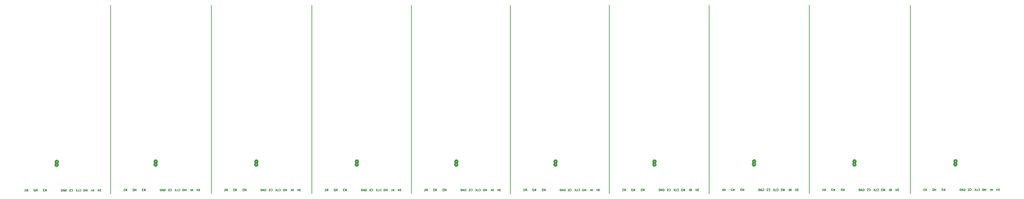
<source format=gbr>
%TF.GenerationSoftware,KiCad,Pcbnew,8.0.6*%
%TF.CreationDate,2024-11-22T20:17:50-05:00*%
%TF.ProjectId,exosuit_modular_board,65786f73-7569-4745-9f6d-6f64756c6172,rev?*%
%TF.SameCoordinates,Original*%
%TF.FileFunction,Legend,Bot*%
%TF.FilePolarity,Positive*%
%FSLAX46Y46*%
G04 Gerber Fmt 4.6, Leading zero omitted, Abs format (unit mm)*
G04 Created by KiCad (PCBNEW 8.0.6) date 2024-11-22 20:17:50*
%MOMM*%
%LPD*%
G01*
G04 APERTURE LIST*
%ADD10C,0.200000*%
%ADD11C,0.140000*%
%ADD12C,0.508000*%
G04 APERTURE END LIST*
D10*
X183720000Y-77175000D02*
X183720000Y-130450000D01*
X155300000Y-77175000D02*
X155300043Y-130475000D01*
X324262043Y-77175000D02*
X324262043Y-130500000D01*
X268190901Y-77125000D02*
X268190901Y-130500000D01*
X381127043Y-77150000D02*
X381127043Y-130425000D01*
X296139043Y-77150000D02*
X296139043Y-130450000D01*
X212108058Y-77200000D02*
X212108058Y-130450000D01*
X352612043Y-77125000D02*
X352612043Y-130400000D01*
X240190901Y-77175000D02*
X240190901Y-130450000D01*
D11*
X152227995Y-129191686D02*
X152494661Y-129191686D01*
X152494661Y-129191686D02*
X152521328Y-129458353D01*
X152521328Y-129458353D02*
X152494661Y-129431686D01*
X152494661Y-129431686D02*
X152441328Y-129405020D01*
X152441328Y-129405020D02*
X152307995Y-129405020D01*
X152307995Y-129405020D02*
X152254661Y-129431686D01*
X152254661Y-129431686D02*
X152227995Y-129458353D01*
X152227995Y-129458353D02*
X152201328Y-129511686D01*
X152201328Y-129511686D02*
X152201328Y-129645020D01*
X152201328Y-129645020D02*
X152227995Y-129698353D01*
X152227995Y-129698353D02*
X152254661Y-129725020D01*
X152254661Y-129725020D02*
X152307995Y-129751686D01*
X152307995Y-129751686D02*
X152441328Y-129751686D01*
X152441328Y-129751686D02*
X152494661Y-129725020D01*
X152494661Y-129725020D02*
X152521328Y-129698353D01*
X152041328Y-129191686D02*
X151854662Y-129751686D01*
X151854662Y-129751686D02*
X151667995Y-129191686D01*
X206928703Y-129666686D02*
X206928703Y-129106686D01*
X206928703Y-129106686D02*
X206742037Y-129506686D01*
X206742037Y-129506686D02*
X206555370Y-129106686D01*
X206555370Y-129106686D02*
X206555370Y-129666686D01*
X206288703Y-129666686D02*
X206288703Y-129106686D01*
X402435746Y-129601686D02*
X402435746Y-129041686D01*
X402435746Y-129041686D02*
X402249080Y-129441686D01*
X402249080Y-129441686D02*
X402062413Y-129041686D01*
X402062413Y-129041686D02*
X402062413Y-129601686D01*
X401689080Y-129041686D02*
X401582413Y-129041686D01*
X401582413Y-129041686D02*
X401529080Y-129068353D01*
X401529080Y-129068353D02*
X401475746Y-129121686D01*
X401475746Y-129121686D02*
X401449080Y-129228353D01*
X401449080Y-129228353D02*
X401449080Y-129415020D01*
X401449080Y-129415020D02*
X401475746Y-129521686D01*
X401475746Y-129521686D02*
X401529080Y-129575020D01*
X401529080Y-129575020D02*
X401582413Y-129601686D01*
X401582413Y-129601686D02*
X401689080Y-129601686D01*
X401689080Y-129601686D02*
X401742413Y-129575020D01*
X401742413Y-129575020D02*
X401795746Y-129521686D01*
X401795746Y-129521686D02*
X401822413Y-129415020D01*
X401822413Y-129415020D02*
X401822413Y-129228353D01*
X401822413Y-129228353D02*
X401795746Y-129121686D01*
X401795746Y-129121686D02*
X401742413Y-129068353D01*
X401742413Y-129068353D02*
X401689080Y-129041686D01*
X162474461Y-129644386D02*
X162474461Y-129084386D01*
X162474461Y-129084386D02*
X162287795Y-129484386D01*
X162287795Y-129484386D02*
X162101128Y-129084386D01*
X162101128Y-129084386D02*
X162101128Y-129644386D01*
X161861128Y-129137720D02*
X161834461Y-129111053D01*
X161834461Y-129111053D02*
X161781128Y-129084386D01*
X161781128Y-129084386D02*
X161647795Y-129084386D01*
X161647795Y-129084386D02*
X161594461Y-129111053D01*
X161594461Y-129111053D02*
X161567795Y-129137720D01*
X161567795Y-129137720D02*
X161541128Y-129191053D01*
X161541128Y-129191053D02*
X161541128Y-129244386D01*
X161541128Y-129244386D02*
X161567795Y-129324386D01*
X161567795Y-129324386D02*
X161887795Y-129644386D01*
X161887795Y-129644386D02*
X161541128Y-129644386D01*
X208587037Y-129106686D02*
X208853703Y-129106686D01*
X208853703Y-129106686D02*
X208880370Y-129373353D01*
X208880370Y-129373353D02*
X208853703Y-129346686D01*
X208853703Y-129346686D02*
X208800370Y-129320020D01*
X208800370Y-129320020D02*
X208667037Y-129320020D01*
X208667037Y-129320020D02*
X208613703Y-129346686D01*
X208613703Y-129346686D02*
X208587037Y-129373353D01*
X208587037Y-129373353D02*
X208560370Y-129426686D01*
X208560370Y-129426686D02*
X208560370Y-129560020D01*
X208560370Y-129560020D02*
X208587037Y-129613353D01*
X208587037Y-129613353D02*
X208613703Y-129640020D01*
X208613703Y-129640020D02*
X208667037Y-129666686D01*
X208667037Y-129666686D02*
X208800370Y-129666686D01*
X208800370Y-129666686D02*
X208853703Y-129640020D01*
X208853703Y-129640020D02*
X208880370Y-129613353D01*
X208400370Y-129106686D02*
X208213704Y-129666686D01*
X208213704Y-129666686D02*
X208027037Y-129106686D01*
X131954461Y-129729386D02*
X131954461Y-129169386D01*
X131954461Y-129169386D02*
X131767795Y-129569386D01*
X131767795Y-129569386D02*
X131581128Y-129169386D01*
X131581128Y-129169386D02*
X131581128Y-129729386D01*
X131021128Y-129729386D02*
X131341128Y-129729386D01*
X131181128Y-129729386D02*
X131181128Y-129169386D01*
X131181128Y-129169386D02*
X131234461Y-129249386D01*
X131234461Y-129249386D02*
X131287795Y-129302720D01*
X131287795Y-129302720D02*
X131341128Y-129329386D01*
X397990746Y-129548353D02*
X398017413Y-129575020D01*
X398017413Y-129575020D02*
X398097413Y-129601686D01*
X398097413Y-129601686D02*
X398150746Y-129601686D01*
X398150746Y-129601686D02*
X398230746Y-129575020D01*
X398230746Y-129575020D02*
X398284080Y-129521686D01*
X398284080Y-129521686D02*
X398310746Y-129468353D01*
X398310746Y-129468353D02*
X398337413Y-129361686D01*
X398337413Y-129361686D02*
X398337413Y-129281686D01*
X398337413Y-129281686D02*
X398310746Y-129175020D01*
X398310746Y-129175020D02*
X398284080Y-129121686D01*
X398284080Y-129121686D02*
X398230746Y-129068353D01*
X398230746Y-129068353D02*
X398150746Y-129041686D01*
X398150746Y-129041686D02*
X398097413Y-129041686D01*
X398097413Y-129041686D02*
X398017413Y-129068353D01*
X398017413Y-129068353D02*
X397990746Y-129095020D01*
X397777413Y-129575020D02*
X397697413Y-129601686D01*
X397697413Y-129601686D02*
X397564080Y-129601686D01*
X397564080Y-129601686D02*
X397510746Y-129575020D01*
X397510746Y-129575020D02*
X397484080Y-129548353D01*
X397484080Y-129548353D02*
X397457413Y-129495020D01*
X397457413Y-129495020D02*
X397457413Y-129441686D01*
X397457413Y-129441686D02*
X397484080Y-129388353D01*
X397484080Y-129388353D02*
X397510746Y-129361686D01*
X397510746Y-129361686D02*
X397564080Y-129335020D01*
X397564080Y-129335020D02*
X397670746Y-129308353D01*
X397670746Y-129308353D02*
X397724080Y-129281686D01*
X397724080Y-129281686D02*
X397750746Y-129255020D01*
X397750746Y-129255020D02*
X397777413Y-129201686D01*
X397777413Y-129201686D02*
X397777413Y-129148353D01*
X397777413Y-129148353D02*
X397750746Y-129095020D01*
X397750746Y-129095020D02*
X397724080Y-129068353D01*
X397724080Y-129068353D02*
X397670746Y-129041686D01*
X397670746Y-129041686D02*
X397537413Y-129041686D01*
X397537413Y-129041686D02*
X397457413Y-129068353D01*
X216701561Y-129644386D02*
X216701561Y-129084386D01*
X216701561Y-129084386D02*
X216514895Y-129484386D01*
X216514895Y-129484386D02*
X216328228Y-129084386D01*
X216328228Y-129084386D02*
X216328228Y-129644386D01*
X215768228Y-129644386D02*
X216088228Y-129644386D01*
X215928228Y-129644386D02*
X215928228Y-129084386D01*
X215928228Y-129084386D02*
X215981561Y-129164386D01*
X215981561Y-129164386D02*
X216034895Y-129217720D01*
X216034895Y-129217720D02*
X216088228Y-129244386D01*
X313002746Y-129607353D02*
X313029413Y-129634020D01*
X313029413Y-129634020D02*
X313109413Y-129660686D01*
X313109413Y-129660686D02*
X313162746Y-129660686D01*
X313162746Y-129660686D02*
X313242746Y-129634020D01*
X313242746Y-129634020D02*
X313296080Y-129580686D01*
X313296080Y-129580686D02*
X313322746Y-129527353D01*
X313322746Y-129527353D02*
X313349413Y-129420686D01*
X313349413Y-129420686D02*
X313349413Y-129340686D01*
X313349413Y-129340686D02*
X313322746Y-129234020D01*
X313322746Y-129234020D02*
X313296080Y-129180686D01*
X313296080Y-129180686D02*
X313242746Y-129127353D01*
X313242746Y-129127353D02*
X313162746Y-129100686D01*
X313162746Y-129100686D02*
X313109413Y-129100686D01*
X313109413Y-129100686D02*
X313029413Y-129127353D01*
X313029413Y-129127353D02*
X313002746Y-129154020D01*
X312789413Y-129634020D02*
X312709413Y-129660686D01*
X312709413Y-129660686D02*
X312576080Y-129660686D01*
X312576080Y-129660686D02*
X312522746Y-129634020D01*
X312522746Y-129634020D02*
X312496080Y-129607353D01*
X312496080Y-129607353D02*
X312469413Y-129554020D01*
X312469413Y-129554020D02*
X312469413Y-129500686D01*
X312469413Y-129500686D02*
X312496080Y-129447353D01*
X312496080Y-129447353D02*
X312522746Y-129420686D01*
X312522746Y-129420686D02*
X312576080Y-129394020D01*
X312576080Y-129394020D02*
X312682746Y-129367353D01*
X312682746Y-129367353D02*
X312736080Y-129340686D01*
X312736080Y-129340686D02*
X312762746Y-129314020D01*
X312762746Y-129314020D02*
X312789413Y-129260686D01*
X312789413Y-129260686D02*
X312789413Y-129207353D01*
X312789413Y-129207353D02*
X312762746Y-129154020D01*
X312762746Y-129154020D02*
X312736080Y-129127353D01*
X312736080Y-129127353D02*
X312682746Y-129100686D01*
X312682746Y-129100686D02*
X312549413Y-129100686D01*
X312549413Y-129100686D02*
X312469413Y-129127353D01*
X405994080Y-129041686D02*
X406260746Y-129041686D01*
X406260746Y-129041686D02*
X406287413Y-129308353D01*
X406287413Y-129308353D02*
X406260746Y-129281686D01*
X406260746Y-129281686D02*
X406207413Y-129255020D01*
X406207413Y-129255020D02*
X406074080Y-129255020D01*
X406074080Y-129255020D02*
X406020746Y-129281686D01*
X406020746Y-129281686D02*
X405994080Y-129308353D01*
X405994080Y-129308353D02*
X405967413Y-129361686D01*
X405967413Y-129361686D02*
X405967413Y-129495020D01*
X405967413Y-129495020D02*
X405994080Y-129548353D01*
X405994080Y-129548353D02*
X406020746Y-129575020D01*
X406020746Y-129575020D02*
X406074080Y-129601686D01*
X406074080Y-129601686D02*
X406207413Y-129601686D01*
X406207413Y-129601686D02*
X406260746Y-129575020D01*
X406260746Y-129575020D02*
X406287413Y-129548353D01*
X405807413Y-129041686D02*
X405620747Y-129601686D01*
X405620747Y-129601686D02*
X405434080Y-129041686D01*
X247359404Y-129644386D02*
X247359404Y-129084386D01*
X247359404Y-129084386D02*
X247172738Y-129484386D01*
X247172738Y-129484386D02*
X246986071Y-129084386D01*
X246986071Y-129084386D02*
X246986071Y-129644386D01*
X246746071Y-129137720D02*
X246719404Y-129111053D01*
X246719404Y-129111053D02*
X246666071Y-129084386D01*
X246666071Y-129084386D02*
X246532738Y-129084386D01*
X246532738Y-129084386D02*
X246479404Y-129111053D01*
X246479404Y-129111053D02*
X246452738Y-129137720D01*
X246452738Y-129137720D02*
X246426071Y-129191053D01*
X246426071Y-129191053D02*
X246426071Y-129244386D01*
X246426071Y-129244386D02*
X246452738Y-129324386D01*
X246452738Y-129324386D02*
X246772738Y-129644386D01*
X246772738Y-129644386D02*
X246426071Y-129644386D01*
X341125746Y-129578353D02*
X341152413Y-129605020D01*
X341152413Y-129605020D02*
X341232413Y-129631686D01*
X341232413Y-129631686D02*
X341285746Y-129631686D01*
X341285746Y-129631686D02*
X341365746Y-129605020D01*
X341365746Y-129605020D02*
X341419080Y-129551686D01*
X341419080Y-129551686D02*
X341445746Y-129498353D01*
X341445746Y-129498353D02*
X341472413Y-129391686D01*
X341472413Y-129391686D02*
X341472413Y-129311686D01*
X341472413Y-129311686D02*
X341445746Y-129205020D01*
X341445746Y-129205020D02*
X341419080Y-129151686D01*
X341419080Y-129151686D02*
X341365746Y-129098353D01*
X341365746Y-129098353D02*
X341285746Y-129071686D01*
X341285746Y-129071686D02*
X341232413Y-129071686D01*
X341232413Y-129071686D02*
X341152413Y-129098353D01*
X341152413Y-129098353D02*
X341125746Y-129125020D01*
X340912413Y-129605020D02*
X340832413Y-129631686D01*
X340832413Y-129631686D02*
X340699080Y-129631686D01*
X340699080Y-129631686D02*
X340645746Y-129605020D01*
X340645746Y-129605020D02*
X340619080Y-129578353D01*
X340619080Y-129578353D02*
X340592413Y-129525020D01*
X340592413Y-129525020D02*
X340592413Y-129471686D01*
X340592413Y-129471686D02*
X340619080Y-129418353D01*
X340619080Y-129418353D02*
X340645746Y-129391686D01*
X340645746Y-129391686D02*
X340699080Y-129365020D01*
X340699080Y-129365020D02*
X340805746Y-129338353D01*
X340805746Y-129338353D02*
X340859080Y-129311686D01*
X340859080Y-129311686D02*
X340885746Y-129285020D01*
X340885746Y-129285020D02*
X340912413Y-129231686D01*
X340912413Y-129231686D02*
X340912413Y-129178353D01*
X340912413Y-129178353D02*
X340885746Y-129125020D01*
X340885746Y-129125020D02*
X340859080Y-129098353D01*
X340859080Y-129098353D02*
X340805746Y-129071686D01*
X340805746Y-129071686D02*
X340672413Y-129071686D01*
X340672413Y-129071686D02*
X340592413Y-129098353D01*
X259379604Y-129613353D02*
X259406271Y-129640020D01*
X259406271Y-129640020D02*
X259486271Y-129666686D01*
X259486271Y-129666686D02*
X259539604Y-129666686D01*
X259539604Y-129666686D02*
X259619604Y-129640020D01*
X259619604Y-129640020D02*
X259672938Y-129586686D01*
X259672938Y-129586686D02*
X259699604Y-129533353D01*
X259699604Y-129533353D02*
X259726271Y-129426686D01*
X259726271Y-129426686D02*
X259726271Y-129346686D01*
X259726271Y-129346686D02*
X259699604Y-129240020D01*
X259699604Y-129240020D02*
X259672938Y-129186686D01*
X259672938Y-129186686D02*
X259619604Y-129133353D01*
X259619604Y-129133353D02*
X259539604Y-129106686D01*
X259539604Y-129106686D02*
X259486271Y-129106686D01*
X259486271Y-129106686D02*
X259406271Y-129133353D01*
X259406271Y-129133353D02*
X259379604Y-129160020D01*
X258872938Y-129666686D02*
X259139604Y-129666686D01*
X259139604Y-129666686D02*
X259139604Y-129106686D01*
X258686271Y-129666686D02*
X258686271Y-129106686D01*
X258366271Y-129666686D02*
X258606271Y-129346686D01*
X258366271Y-129106686D02*
X258686271Y-129426686D01*
X278034404Y-129644386D02*
X278034404Y-129084386D01*
X278034404Y-129084386D02*
X277847738Y-129484386D01*
X277847738Y-129484386D02*
X277661071Y-129084386D01*
X277661071Y-129084386D02*
X277661071Y-129644386D01*
X277447738Y-129084386D02*
X277101071Y-129084386D01*
X277101071Y-129084386D02*
X277287738Y-129297720D01*
X277287738Y-129297720D02*
X277207738Y-129297720D01*
X277207738Y-129297720D02*
X277154404Y-129324386D01*
X277154404Y-129324386D02*
X277127738Y-129351053D01*
X277127738Y-129351053D02*
X277101071Y-129404386D01*
X277101071Y-129404386D02*
X277101071Y-129537720D01*
X277101071Y-129537720D02*
X277127738Y-129591053D01*
X277127738Y-129591053D02*
X277154404Y-129617720D01*
X277154404Y-129617720D02*
X277207738Y-129644386D01*
X277207738Y-129644386D02*
X277367738Y-129644386D01*
X277367738Y-129644386D02*
X277421071Y-129617720D01*
X277421071Y-129617720D02*
X277447738Y-129591053D01*
X317447746Y-129660686D02*
X317447746Y-129100686D01*
X317447746Y-129100686D02*
X317261080Y-129500686D01*
X317261080Y-129500686D02*
X317074413Y-129100686D01*
X317074413Y-129100686D02*
X317074413Y-129660686D01*
X316701080Y-129100686D02*
X316594413Y-129100686D01*
X316594413Y-129100686D02*
X316541080Y-129127353D01*
X316541080Y-129127353D02*
X316487746Y-129180686D01*
X316487746Y-129180686D02*
X316461080Y-129287353D01*
X316461080Y-129287353D02*
X316461080Y-129474020D01*
X316461080Y-129474020D02*
X316487746Y-129580686D01*
X316487746Y-129580686D02*
X316541080Y-129634020D01*
X316541080Y-129634020D02*
X316594413Y-129660686D01*
X316594413Y-129660686D02*
X316701080Y-129660686D01*
X316701080Y-129660686D02*
X316754413Y-129634020D01*
X316754413Y-129634020D02*
X316807746Y-129580686D01*
X316807746Y-129580686D02*
X316834413Y-129474020D01*
X316834413Y-129474020D02*
X316834413Y-129287353D01*
X316834413Y-129287353D02*
X316807746Y-129180686D01*
X316807746Y-129180686D02*
X316754413Y-129127353D01*
X316754413Y-129127353D02*
X316701080Y-129100686D01*
X227248428Y-129133353D02*
X227301761Y-129106686D01*
X227301761Y-129106686D02*
X227381761Y-129106686D01*
X227381761Y-129106686D02*
X227461761Y-129133353D01*
X227461761Y-129133353D02*
X227515095Y-129186686D01*
X227515095Y-129186686D02*
X227541761Y-129240020D01*
X227541761Y-129240020D02*
X227568428Y-129346686D01*
X227568428Y-129346686D02*
X227568428Y-129426686D01*
X227568428Y-129426686D02*
X227541761Y-129533353D01*
X227541761Y-129533353D02*
X227515095Y-129586686D01*
X227515095Y-129586686D02*
X227461761Y-129640020D01*
X227461761Y-129640020D02*
X227381761Y-129666686D01*
X227381761Y-129666686D02*
X227328428Y-129666686D01*
X227328428Y-129666686D02*
X227248428Y-129640020D01*
X227248428Y-129640020D02*
X227221761Y-129613353D01*
X227221761Y-129613353D02*
X227221761Y-129426686D01*
X227221761Y-129426686D02*
X227328428Y-129426686D01*
X226981761Y-129666686D02*
X226981761Y-129106686D01*
X226981761Y-129106686D02*
X226661761Y-129666686D01*
X226661761Y-129666686D02*
X226661761Y-129106686D01*
X226395094Y-129666686D02*
X226395094Y-129106686D01*
X226395094Y-129106686D02*
X226261761Y-129106686D01*
X226261761Y-129106686D02*
X226181761Y-129133353D01*
X226181761Y-129133353D02*
X226128428Y-129186686D01*
X226128428Y-129186686D02*
X226101761Y-129240020D01*
X226101761Y-129240020D02*
X226075094Y-129346686D01*
X226075094Y-129346686D02*
X226075094Y-129426686D01*
X226075094Y-129426686D02*
X226101761Y-129533353D01*
X226101761Y-129533353D02*
X226128428Y-129586686D01*
X226128428Y-129586686D02*
X226181761Y-129640020D01*
X226181761Y-129640020D02*
X226261761Y-129666686D01*
X226261761Y-129666686D02*
X226395094Y-129666686D01*
X373920746Y-129631686D02*
X373920746Y-129071686D01*
X373920746Y-129071686D02*
X373734080Y-129471686D01*
X373734080Y-129471686D02*
X373547413Y-129071686D01*
X373547413Y-129071686D02*
X373547413Y-129631686D01*
X373174080Y-129071686D02*
X373067413Y-129071686D01*
X373067413Y-129071686D02*
X373014080Y-129098353D01*
X373014080Y-129098353D02*
X372960746Y-129151686D01*
X372960746Y-129151686D02*
X372934080Y-129258353D01*
X372934080Y-129258353D02*
X372934080Y-129445020D01*
X372934080Y-129445020D02*
X372960746Y-129551686D01*
X372960746Y-129551686D02*
X373014080Y-129605020D01*
X373014080Y-129605020D02*
X373067413Y-129631686D01*
X373067413Y-129631686D02*
X373174080Y-129631686D01*
X373174080Y-129631686D02*
X373227413Y-129605020D01*
X373227413Y-129605020D02*
X373280746Y-129551686D01*
X373280746Y-129551686D02*
X373307413Y-129445020D01*
X373307413Y-129445020D02*
X373307413Y-129258353D01*
X373307413Y-129258353D02*
X373280746Y-129151686D01*
X373280746Y-129151686D02*
X373227413Y-129098353D01*
X373227413Y-129098353D02*
X373174080Y-129071686D01*
X137204461Y-129729386D02*
X137204461Y-129169386D01*
X137204461Y-129169386D02*
X137017795Y-129569386D01*
X137017795Y-129569386D02*
X136831128Y-129169386D01*
X136831128Y-129169386D02*
X136831128Y-129729386D01*
X136617795Y-129169386D02*
X136271128Y-129169386D01*
X136271128Y-129169386D02*
X136457795Y-129382720D01*
X136457795Y-129382720D02*
X136377795Y-129382720D01*
X136377795Y-129382720D02*
X136324461Y-129409386D01*
X136324461Y-129409386D02*
X136297795Y-129436053D01*
X136297795Y-129436053D02*
X136271128Y-129489386D01*
X136271128Y-129489386D02*
X136271128Y-129622720D01*
X136271128Y-129622720D02*
X136297795Y-129676053D01*
X136297795Y-129676053D02*
X136324461Y-129702720D01*
X136324461Y-129702720D02*
X136377795Y-129729386D01*
X136377795Y-129729386D02*
X136537795Y-129729386D01*
X136537795Y-129729386D02*
X136591128Y-129702720D01*
X136591128Y-129702720D02*
X136617795Y-129676053D01*
X170446328Y-129133353D02*
X170499661Y-129106686D01*
X170499661Y-129106686D02*
X170579661Y-129106686D01*
X170579661Y-129106686D02*
X170659661Y-129133353D01*
X170659661Y-129133353D02*
X170712995Y-129186686D01*
X170712995Y-129186686D02*
X170739661Y-129240020D01*
X170739661Y-129240020D02*
X170766328Y-129346686D01*
X170766328Y-129346686D02*
X170766328Y-129426686D01*
X170766328Y-129426686D02*
X170739661Y-129533353D01*
X170739661Y-129533353D02*
X170712995Y-129586686D01*
X170712995Y-129586686D02*
X170659661Y-129640020D01*
X170659661Y-129640020D02*
X170579661Y-129666686D01*
X170579661Y-129666686D02*
X170526328Y-129666686D01*
X170526328Y-129666686D02*
X170446328Y-129640020D01*
X170446328Y-129640020D02*
X170419661Y-129613353D01*
X170419661Y-129613353D02*
X170419661Y-129426686D01*
X170419661Y-129426686D02*
X170526328Y-129426686D01*
X170179661Y-129666686D02*
X170179661Y-129106686D01*
X170179661Y-129106686D02*
X169859661Y-129666686D01*
X169859661Y-129666686D02*
X169859661Y-129106686D01*
X169592994Y-129666686D02*
X169592994Y-129106686D01*
X169592994Y-129106686D02*
X169459661Y-129106686D01*
X169459661Y-129106686D02*
X169379661Y-129133353D01*
X169379661Y-129133353D02*
X169326328Y-129186686D01*
X169326328Y-129186686D02*
X169299661Y-129240020D01*
X169299661Y-129240020D02*
X169272994Y-129346686D01*
X169272994Y-129346686D02*
X169272994Y-129426686D01*
X169272994Y-129426686D02*
X169299661Y-129533353D01*
X169299661Y-129533353D02*
X169326328Y-129586686D01*
X169326328Y-129586686D02*
X169379661Y-129640020D01*
X169379661Y-129640020D02*
X169459661Y-129666686D01*
X169459661Y-129666686D02*
X169592994Y-129666686D01*
X357205546Y-129609386D02*
X357205546Y-129049386D01*
X357205546Y-129049386D02*
X357018880Y-129449386D01*
X357018880Y-129449386D02*
X356832213Y-129049386D01*
X356832213Y-129049386D02*
X356832213Y-129609386D01*
X356272213Y-129609386D02*
X356592213Y-129609386D01*
X356432213Y-129609386D02*
X356432213Y-129049386D01*
X356432213Y-129049386D02*
X356485546Y-129129386D01*
X356485546Y-129129386D02*
X356538880Y-129182720D01*
X356538880Y-129182720D02*
X356592213Y-129209386D01*
X321006080Y-129100686D02*
X321272746Y-129100686D01*
X321272746Y-129100686D02*
X321299413Y-129367353D01*
X321299413Y-129367353D02*
X321272746Y-129340686D01*
X321272746Y-129340686D02*
X321219413Y-129314020D01*
X321219413Y-129314020D02*
X321086080Y-129314020D01*
X321086080Y-129314020D02*
X321032746Y-129340686D01*
X321032746Y-129340686D02*
X321006080Y-129367353D01*
X321006080Y-129367353D02*
X320979413Y-129420686D01*
X320979413Y-129420686D02*
X320979413Y-129554020D01*
X320979413Y-129554020D02*
X321006080Y-129607353D01*
X321006080Y-129607353D02*
X321032746Y-129634020D01*
X321032746Y-129634020D02*
X321086080Y-129660686D01*
X321086080Y-129660686D02*
X321219413Y-129660686D01*
X321219413Y-129660686D02*
X321272746Y-129634020D01*
X321272746Y-129634020D02*
X321299413Y-129607353D01*
X320819413Y-129100686D02*
X320632747Y-129660686D01*
X320632747Y-129660686D02*
X320446080Y-129100686D01*
X300732546Y-129638386D02*
X300732546Y-129078386D01*
X300732546Y-129078386D02*
X300545880Y-129478386D01*
X300545880Y-129478386D02*
X300359213Y-129078386D01*
X300359213Y-129078386D02*
X300359213Y-129638386D01*
X299799213Y-129638386D02*
X300119213Y-129638386D01*
X299959213Y-129638386D02*
X299959213Y-129078386D01*
X299959213Y-129078386D02*
X300012546Y-129158386D01*
X300012546Y-129158386D02*
X300065880Y-129211720D01*
X300065880Y-129211720D02*
X300119213Y-129238386D01*
X377479080Y-129071686D02*
X377745746Y-129071686D01*
X377745746Y-129071686D02*
X377772413Y-129338353D01*
X377772413Y-129338353D02*
X377745746Y-129311686D01*
X377745746Y-129311686D02*
X377692413Y-129285020D01*
X377692413Y-129285020D02*
X377559080Y-129285020D01*
X377559080Y-129285020D02*
X377505746Y-129311686D01*
X377505746Y-129311686D02*
X377479080Y-129338353D01*
X377479080Y-129338353D02*
X377452413Y-129391686D01*
X377452413Y-129391686D02*
X377452413Y-129525020D01*
X377452413Y-129525020D02*
X377479080Y-129578353D01*
X377479080Y-129578353D02*
X377505746Y-129605020D01*
X377505746Y-129605020D02*
X377559080Y-129631686D01*
X377559080Y-129631686D02*
X377692413Y-129631686D01*
X377692413Y-129631686D02*
X377745746Y-129605020D01*
X377745746Y-129605020D02*
X377772413Y-129578353D01*
X377292413Y-129071686D02*
X377105747Y-129631686D01*
X377105747Y-129631686D02*
X376919080Y-129071686D01*
X244784404Y-129644386D02*
X244784404Y-129084386D01*
X244784404Y-129084386D02*
X244597738Y-129484386D01*
X244597738Y-129484386D02*
X244411071Y-129084386D01*
X244411071Y-129084386D02*
X244411071Y-129644386D01*
X243851071Y-129644386D02*
X244171071Y-129644386D01*
X244011071Y-129644386D02*
X244011071Y-129084386D01*
X244011071Y-129084386D02*
X244064404Y-129164386D01*
X244064404Y-129164386D02*
X244117738Y-129217720D01*
X244117738Y-129217720D02*
X244171071Y-129244386D01*
X371800746Y-129578353D02*
X371827413Y-129605020D01*
X371827413Y-129605020D02*
X371907413Y-129631686D01*
X371907413Y-129631686D02*
X371960746Y-129631686D01*
X371960746Y-129631686D02*
X372040746Y-129605020D01*
X372040746Y-129605020D02*
X372094080Y-129551686D01*
X372094080Y-129551686D02*
X372120746Y-129498353D01*
X372120746Y-129498353D02*
X372147413Y-129391686D01*
X372147413Y-129391686D02*
X372147413Y-129311686D01*
X372147413Y-129311686D02*
X372120746Y-129205020D01*
X372120746Y-129205020D02*
X372094080Y-129151686D01*
X372094080Y-129151686D02*
X372040746Y-129098353D01*
X372040746Y-129098353D02*
X371960746Y-129071686D01*
X371960746Y-129071686D02*
X371907413Y-129071686D01*
X371907413Y-129071686D02*
X371827413Y-129098353D01*
X371827413Y-129098353D02*
X371800746Y-129125020D01*
X371294080Y-129631686D02*
X371560746Y-129631686D01*
X371560746Y-129631686D02*
X371560746Y-129071686D01*
X371107413Y-129631686D02*
X371107413Y-129071686D01*
X370787413Y-129631686D02*
X371027413Y-129311686D01*
X370787413Y-129071686D02*
X371107413Y-129391686D01*
X400315746Y-129548353D02*
X400342413Y-129575020D01*
X400342413Y-129575020D02*
X400422413Y-129601686D01*
X400422413Y-129601686D02*
X400475746Y-129601686D01*
X400475746Y-129601686D02*
X400555746Y-129575020D01*
X400555746Y-129575020D02*
X400609080Y-129521686D01*
X400609080Y-129521686D02*
X400635746Y-129468353D01*
X400635746Y-129468353D02*
X400662413Y-129361686D01*
X400662413Y-129361686D02*
X400662413Y-129281686D01*
X400662413Y-129281686D02*
X400635746Y-129175020D01*
X400635746Y-129175020D02*
X400609080Y-129121686D01*
X400609080Y-129121686D02*
X400555746Y-129068353D01*
X400555746Y-129068353D02*
X400475746Y-129041686D01*
X400475746Y-129041686D02*
X400422413Y-129041686D01*
X400422413Y-129041686D02*
X400342413Y-129068353D01*
X400342413Y-129068353D02*
X400315746Y-129095020D01*
X399809080Y-129601686D02*
X400075746Y-129601686D01*
X400075746Y-129601686D02*
X400075746Y-129041686D01*
X399622413Y-129601686D02*
X399622413Y-129041686D01*
X399302413Y-129601686D02*
X399542413Y-129281686D01*
X399302413Y-129041686D02*
X399622413Y-129361686D01*
X200583703Y-129613353D02*
X200610370Y-129640020D01*
X200610370Y-129640020D02*
X200690370Y-129666686D01*
X200690370Y-129666686D02*
X200743703Y-129666686D01*
X200743703Y-129666686D02*
X200823703Y-129640020D01*
X200823703Y-129640020D02*
X200877037Y-129586686D01*
X200877037Y-129586686D02*
X200903703Y-129533353D01*
X200903703Y-129533353D02*
X200930370Y-129426686D01*
X200930370Y-129426686D02*
X200930370Y-129346686D01*
X200930370Y-129346686D02*
X200903703Y-129240020D01*
X200903703Y-129240020D02*
X200877037Y-129186686D01*
X200877037Y-129186686D02*
X200823703Y-129133353D01*
X200823703Y-129133353D02*
X200743703Y-129106686D01*
X200743703Y-129106686D02*
X200690370Y-129106686D01*
X200690370Y-129106686D02*
X200610370Y-129133353D01*
X200610370Y-129133353D02*
X200583703Y-129160020D01*
X200370370Y-129640020D02*
X200290370Y-129666686D01*
X200290370Y-129666686D02*
X200157037Y-129666686D01*
X200157037Y-129666686D02*
X200103703Y-129640020D01*
X200103703Y-129640020D02*
X200077037Y-129613353D01*
X200077037Y-129613353D02*
X200050370Y-129560020D01*
X200050370Y-129560020D02*
X200050370Y-129506686D01*
X200050370Y-129506686D02*
X200077037Y-129453353D01*
X200077037Y-129453353D02*
X200103703Y-129426686D01*
X200103703Y-129426686D02*
X200157037Y-129400020D01*
X200157037Y-129400020D02*
X200263703Y-129373353D01*
X200263703Y-129373353D02*
X200317037Y-129346686D01*
X200317037Y-129346686D02*
X200343703Y-129320020D01*
X200343703Y-129320020D02*
X200370370Y-129266686D01*
X200370370Y-129266686D02*
X200370370Y-129213353D01*
X200370370Y-129213353D02*
X200343703Y-129160020D01*
X200343703Y-129160020D02*
X200317037Y-129133353D01*
X200317037Y-129133353D02*
X200263703Y-129106686D01*
X200263703Y-129106686D02*
X200130370Y-129106686D01*
X200130370Y-129106686D02*
X200050370Y-129133353D01*
X219276561Y-129644386D02*
X219276561Y-129084386D01*
X219276561Y-129084386D02*
X219089895Y-129484386D01*
X219089895Y-129484386D02*
X218903228Y-129084386D01*
X218903228Y-129084386D02*
X218903228Y-129644386D01*
X218663228Y-129137720D02*
X218636561Y-129111053D01*
X218636561Y-129111053D02*
X218583228Y-129084386D01*
X218583228Y-129084386D02*
X218449895Y-129084386D01*
X218449895Y-129084386D02*
X218396561Y-129111053D01*
X218396561Y-129111053D02*
X218369895Y-129137720D01*
X218369895Y-129137720D02*
X218343228Y-129191053D01*
X218343228Y-129191053D02*
X218343228Y-129244386D01*
X218343228Y-129244386D02*
X218369895Y-129324386D01*
X218369895Y-129324386D02*
X218689895Y-129644386D01*
X218689895Y-129644386D02*
X218343228Y-129644386D01*
X193563503Y-129644386D02*
X193563503Y-129084386D01*
X193563503Y-129084386D02*
X193376837Y-129484386D01*
X193376837Y-129484386D02*
X193190170Y-129084386D01*
X193190170Y-129084386D02*
X193190170Y-129644386D01*
X192976837Y-129084386D02*
X192630170Y-129084386D01*
X192630170Y-129084386D02*
X192816837Y-129297720D01*
X192816837Y-129297720D02*
X192736837Y-129297720D01*
X192736837Y-129297720D02*
X192683503Y-129324386D01*
X192683503Y-129324386D02*
X192656837Y-129351053D01*
X192656837Y-129351053D02*
X192630170Y-129404386D01*
X192630170Y-129404386D02*
X192630170Y-129537720D01*
X192630170Y-129537720D02*
X192656837Y-129591053D01*
X192656837Y-129591053D02*
X192683503Y-129617720D01*
X192683503Y-129617720D02*
X192736837Y-129644386D01*
X192736837Y-129644386D02*
X192896837Y-129644386D01*
X192896837Y-129644386D02*
X192950170Y-129617720D01*
X192950170Y-129617720D02*
X192976837Y-129591053D01*
X228971761Y-129613353D02*
X228998428Y-129640020D01*
X228998428Y-129640020D02*
X229078428Y-129666686D01*
X229078428Y-129666686D02*
X229131761Y-129666686D01*
X229131761Y-129666686D02*
X229211761Y-129640020D01*
X229211761Y-129640020D02*
X229265095Y-129586686D01*
X229265095Y-129586686D02*
X229291761Y-129533353D01*
X229291761Y-129533353D02*
X229318428Y-129426686D01*
X229318428Y-129426686D02*
X229318428Y-129346686D01*
X229318428Y-129346686D02*
X229291761Y-129240020D01*
X229291761Y-129240020D02*
X229265095Y-129186686D01*
X229265095Y-129186686D02*
X229211761Y-129133353D01*
X229211761Y-129133353D02*
X229131761Y-129106686D01*
X229131761Y-129106686D02*
X229078428Y-129106686D01*
X229078428Y-129106686D02*
X228998428Y-129133353D01*
X228998428Y-129133353D02*
X228971761Y-129160020D01*
X228758428Y-129640020D02*
X228678428Y-129666686D01*
X228678428Y-129666686D02*
X228545095Y-129666686D01*
X228545095Y-129666686D02*
X228491761Y-129640020D01*
X228491761Y-129640020D02*
X228465095Y-129613353D01*
X228465095Y-129613353D02*
X228438428Y-129560020D01*
X228438428Y-129560020D02*
X228438428Y-129506686D01*
X228438428Y-129506686D02*
X228465095Y-129453353D01*
X228465095Y-129453353D02*
X228491761Y-129426686D01*
X228491761Y-129426686D02*
X228545095Y-129400020D01*
X228545095Y-129400020D02*
X228651761Y-129373353D01*
X228651761Y-129373353D02*
X228705095Y-129346686D01*
X228705095Y-129346686D02*
X228731761Y-129320020D01*
X228731761Y-129320020D02*
X228758428Y-129266686D01*
X228758428Y-129266686D02*
X228758428Y-129213353D01*
X228758428Y-129213353D02*
X228731761Y-129160020D01*
X228731761Y-129160020D02*
X228705095Y-129133353D01*
X228705095Y-129133353D02*
X228651761Y-129106686D01*
X228651761Y-129106686D02*
X228518428Y-129106686D01*
X228518428Y-129106686D02*
X228438428Y-129133353D01*
X293057938Y-129106686D02*
X293324604Y-129106686D01*
X293324604Y-129106686D02*
X293351271Y-129373353D01*
X293351271Y-129373353D02*
X293324604Y-129346686D01*
X293324604Y-129346686D02*
X293271271Y-129320020D01*
X293271271Y-129320020D02*
X293137938Y-129320020D01*
X293137938Y-129320020D02*
X293084604Y-129346686D01*
X293084604Y-129346686D02*
X293057938Y-129373353D01*
X293057938Y-129373353D02*
X293031271Y-129426686D01*
X293031271Y-129426686D02*
X293031271Y-129560020D01*
X293031271Y-129560020D02*
X293057938Y-129613353D01*
X293057938Y-129613353D02*
X293084604Y-129640020D01*
X293084604Y-129640020D02*
X293137938Y-129666686D01*
X293137938Y-129666686D02*
X293271271Y-129666686D01*
X293271271Y-129666686D02*
X293324604Y-129640020D01*
X293324604Y-129640020D02*
X293351271Y-129613353D01*
X292871271Y-129106686D02*
X292684605Y-129666686D01*
X292684605Y-129666686D02*
X292497938Y-129106686D01*
X359780546Y-129609386D02*
X359780546Y-129049386D01*
X359780546Y-129049386D02*
X359593880Y-129449386D01*
X359593880Y-129449386D02*
X359407213Y-129049386D01*
X359407213Y-129049386D02*
X359407213Y-129609386D01*
X359167213Y-129102720D02*
X359140546Y-129076053D01*
X359140546Y-129076053D02*
X359087213Y-129049386D01*
X359087213Y-129049386D02*
X358953880Y-129049386D01*
X358953880Y-129049386D02*
X358900546Y-129076053D01*
X358900546Y-129076053D02*
X358873880Y-129102720D01*
X358873880Y-129102720D02*
X358847213Y-129156053D01*
X358847213Y-129156053D02*
X358847213Y-129209386D01*
X358847213Y-129209386D02*
X358873880Y-129289386D01*
X358873880Y-129289386D02*
X359193880Y-129609386D01*
X359193880Y-129609386D02*
X358847213Y-129609386D01*
X287379604Y-129613353D02*
X287406271Y-129640020D01*
X287406271Y-129640020D02*
X287486271Y-129666686D01*
X287486271Y-129666686D02*
X287539604Y-129666686D01*
X287539604Y-129666686D02*
X287619604Y-129640020D01*
X287619604Y-129640020D02*
X287672938Y-129586686D01*
X287672938Y-129586686D02*
X287699604Y-129533353D01*
X287699604Y-129533353D02*
X287726271Y-129426686D01*
X287726271Y-129426686D02*
X287726271Y-129346686D01*
X287726271Y-129346686D02*
X287699604Y-129240020D01*
X287699604Y-129240020D02*
X287672938Y-129186686D01*
X287672938Y-129186686D02*
X287619604Y-129133353D01*
X287619604Y-129133353D02*
X287539604Y-129106686D01*
X287539604Y-129106686D02*
X287486271Y-129106686D01*
X287486271Y-129106686D02*
X287406271Y-129133353D01*
X287406271Y-129133353D02*
X287379604Y-129160020D01*
X286872938Y-129666686D02*
X287139604Y-129666686D01*
X287139604Y-129666686D02*
X287139604Y-129106686D01*
X286686271Y-129666686D02*
X286686271Y-129106686D01*
X286366271Y-129666686D02*
X286606271Y-129346686D01*
X286366271Y-129106686D02*
X286686271Y-129426686D01*
X303307546Y-129638386D02*
X303307546Y-129078386D01*
X303307546Y-129078386D02*
X303120880Y-129478386D01*
X303120880Y-129478386D02*
X302934213Y-129078386D01*
X302934213Y-129078386D02*
X302934213Y-129638386D01*
X302694213Y-129131720D02*
X302667546Y-129105053D01*
X302667546Y-129105053D02*
X302614213Y-129078386D01*
X302614213Y-129078386D02*
X302480880Y-129078386D01*
X302480880Y-129078386D02*
X302427546Y-129105053D01*
X302427546Y-129105053D02*
X302400880Y-129131720D01*
X302400880Y-129131720D02*
X302374213Y-129185053D01*
X302374213Y-129185053D02*
X302374213Y-129238386D01*
X302374213Y-129238386D02*
X302400880Y-129318386D01*
X302400880Y-129318386D02*
X302720880Y-129638386D01*
X302720880Y-129638386D02*
X302374213Y-129638386D01*
X272784404Y-129644386D02*
X272784404Y-129084386D01*
X272784404Y-129084386D02*
X272597738Y-129484386D01*
X272597738Y-129484386D02*
X272411071Y-129084386D01*
X272411071Y-129084386D02*
X272411071Y-129644386D01*
X271851071Y-129644386D02*
X272171071Y-129644386D01*
X272011071Y-129644386D02*
X272011071Y-129084386D01*
X272011071Y-129084386D02*
X272064404Y-129164386D01*
X272064404Y-129164386D02*
X272117738Y-129217720D01*
X272117738Y-129217720D02*
X272171071Y-129244386D01*
X263399604Y-129666686D02*
X263399604Y-129106686D01*
X263399604Y-129106686D02*
X263212938Y-129506686D01*
X263212938Y-129506686D02*
X263026271Y-129106686D01*
X263026271Y-129106686D02*
X263026271Y-129666686D01*
X262759604Y-129666686D02*
X262759604Y-129106686D01*
X285054604Y-129613353D02*
X285081271Y-129640020D01*
X285081271Y-129640020D02*
X285161271Y-129666686D01*
X285161271Y-129666686D02*
X285214604Y-129666686D01*
X285214604Y-129666686D02*
X285294604Y-129640020D01*
X285294604Y-129640020D02*
X285347938Y-129586686D01*
X285347938Y-129586686D02*
X285374604Y-129533353D01*
X285374604Y-129533353D02*
X285401271Y-129426686D01*
X285401271Y-129426686D02*
X285401271Y-129346686D01*
X285401271Y-129346686D02*
X285374604Y-129240020D01*
X285374604Y-129240020D02*
X285347938Y-129186686D01*
X285347938Y-129186686D02*
X285294604Y-129133353D01*
X285294604Y-129133353D02*
X285214604Y-129106686D01*
X285214604Y-129106686D02*
X285161271Y-129106686D01*
X285161271Y-129106686D02*
X285081271Y-129133353D01*
X285081271Y-129133353D02*
X285054604Y-129160020D01*
X284841271Y-129640020D02*
X284761271Y-129666686D01*
X284761271Y-129666686D02*
X284627938Y-129666686D01*
X284627938Y-129666686D02*
X284574604Y-129640020D01*
X284574604Y-129640020D02*
X284547938Y-129613353D01*
X284547938Y-129613353D02*
X284521271Y-129560020D01*
X284521271Y-129560020D02*
X284521271Y-129506686D01*
X284521271Y-129506686D02*
X284547938Y-129453353D01*
X284547938Y-129453353D02*
X284574604Y-129426686D01*
X284574604Y-129426686D02*
X284627938Y-129400020D01*
X284627938Y-129400020D02*
X284734604Y-129373353D01*
X284734604Y-129373353D02*
X284787938Y-129346686D01*
X284787938Y-129346686D02*
X284814604Y-129320020D01*
X284814604Y-129320020D02*
X284841271Y-129266686D01*
X284841271Y-129266686D02*
X284841271Y-129213353D01*
X284841271Y-129213353D02*
X284814604Y-129160020D01*
X284814604Y-129160020D02*
X284787938Y-129133353D01*
X284787938Y-129133353D02*
X284734604Y-129106686D01*
X284734604Y-129106686D02*
X284601271Y-129106686D01*
X284601271Y-129106686D02*
X284521271Y-129133353D01*
X198860370Y-129133353D02*
X198913703Y-129106686D01*
X198913703Y-129106686D02*
X198993703Y-129106686D01*
X198993703Y-129106686D02*
X199073703Y-129133353D01*
X199073703Y-129133353D02*
X199127037Y-129186686D01*
X199127037Y-129186686D02*
X199153703Y-129240020D01*
X199153703Y-129240020D02*
X199180370Y-129346686D01*
X199180370Y-129346686D02*
X199180370Y-129426686D01*
X199180370Y-129426686D02*
X199153703Y-129533353D01*
X199153703Y-129533353D02*
X199127037Y-129586686D01*
X199127037Y-129586686D02*
X199073703Y-129640020D01*
X199073703Y-129640020D02*
X198993703Y-129666686D01*
X198993703Y-129666686D02*
X198940370Y-129666686D01*
X198940370Y-129666686D02*
X198860370Y-129640020D01*
X198860370Y-129640020D02*
X198833703Y-129613353D01*
X198833703Y-129613353D02*
X198833703Y-129426686D01*
X198833703Y-129426686D02*
X198940370Y-129426686D01*
X198593703Y-129666686D02*
X198593703Y-129106686D01*
X198593703Y-129106686D02*
X198273703Y-129666686D01*
X198273703Y-129666686D02*
X198273703Y-129106686D01*
X198007036Y-129666686D02*
X198007036Y-129106686D01*
X198007036Y-129106686D02*
X197873703Y-129106686D01*
X197873703Y-129106686D02*
X197793703Y-129133353D01*
X197793703Y-129133353D02*
X197740370Y-129186686D01*
X197740370Y-129186686D02*
X197713703Y-129240020D01*
X197713703Y-129240020D02*
X197687036Y-129346686D01*
X197687036Y-129346686D02*
X197687036Y-129426686D01*
X197687036Y-129426686D02*
X197713703Y-129533353D01*
X197713703Y-129533353D02*
X197740370Y-129586686D01*
X197740370Y-129586686D02*
X197793703Y-129640020D01*
X197793703Y-129640020D02*
X197873703Y-129666686D01*
X197873703Y-129666686D02*
X198007036Y-129666686D01*
X289499604Y-129666686D02*
X289499604Y-129106686D01*
X289499604Y-129106686D02*
X289312938Y-129506686D01*
X289312938Y-129506686D02*
X289126271Y-129106686D01*
X289126271Y-129106686D02*
X289126271Y-129666686D01*
X288752938Y-129106686D02*
X288646271Y-129106686D01*
X288646271Y-129106686D02*
X288592938Y-129133353D01*
X288592938Y-129133353D02*
X288539604Y-129186686D01*
X288539604Y-129186686D02*
X288512938Y-129293353D01*
X288512938Y-129293353D02*
X288512938Y-129480020D01*
X288512938Y-129480020D02*
X288539604Y-129586686D01*
X288539604Y-129586686D02*
X288592938Y-129640020D01*
X288592938Y-129640020D02*
X288646271Y-129666686D01*
X288646271Y-129666686D02*
X288752938Y-129666686D01*
X288752938Y-129666686D02*
X288806271Y-129640020D01*
X288806271Y-129640020D02*
X288859604Y-129586686D01*
X288859604Y-129586686D02*
X288886271Y-129480020D01*
X288886271Y-129480020D02*
X288886271Y-129293353D01*
X288886271Y-129293353D02*
X288859604Y-129186686D01*
X288859604Y-129186686D02*
X288806271Y-129133353D01*
X288806271Y-129133353D02*
X288752938Y-129106686D01*
X305982546Y-129638386D02*
X305982546Y-129078386D01*
X305982546Y-129078386D02*
X305795880Y-129478386D01*
X305795880Y-129478386D02*
X305609213Y-129078386D01*
X305609213Y-129078386D02*
X305609213Y-129638386D01*
X305395880Y-129078386D02*
X305049213Y-129078386D01*
X305049213Y-129078386D02*
X305235880Y-129291720D01*
X305235880Y-129291720D02*
X305155880Y-129291720D01*
X305155880Y-129291720D02*
X305102546Y-129318386D01*
X305102546Y-129318386D02*
X305075880Y-129345053D01*
X305075880Y-129345053D02*
X305049213Y-129398386D01*
X305049213Y-129398386D02*
X305049213Y-129531720D01*
X305049213Y-129531720D02*
X305075880Y-129585053D01*
X305075880Y-129585053D02*
X305102546Y-129611720D01*
X305102546Y-129611720D02*
X305155880Y-129638386D01*
X305155880Y-129638386D02*
X305315880Y-129638386D01*
X305315880Y-129638386D02*
X305369213Y-129611720D01*
X305369213Y-129611720D02*
X305395880Y-129585053D01*
X328855546Y-129609386D02*
X328855546Y-129049386D01*
X328855546Y-129049386D02*
X328668880Y-129449386D01*
X328668880Y-129449386D02*
X328482213Y-129049386D01*
X328482213Y-129049386D02*
X328482213Y-129609386D01*
X327922213Y-129609386D02*
X328242213Y-129609386D01*
X328082213Y-129609386D02*
X328082213Y-129049386D01*
X328082213Y-129049386D02*
X328135546Y-129129386D01*
X328135546Y-129129386D02*
X328188880Y-129182720D01*
X328188880Y-129182720D02*
X328242213Y-129209386D01*
X188313503Y-129644386D02*
X188313503Y-129084386D01*
X188313503Y-129084386D02*
X188126837Y-129484386D01*
X188126837Y-129484386D02*
X187940170Y-129084386D01*
X187940170Y-129084386D02*
X187940170Y-129644386D01*
X187380170Y-129644386D02*
X187700170Y-129644386D01*
X187540170Y-129644386D02*
X187540170Y-129084386D01*
X187540170Y-129084386D02*
X187593503Y-129164386D01*
X187593503Y-129164386D02*
X187646837Y-129217720D01*
X187646837Y-129217720D02*
X187700170Y-129244386D01*
X390970546Y-129579386D02*
X390970546Y-129019386D01*
X390970546Y-129019386D02*
X390783880Y-129419386D01*
X390783880Y-129419386D02*
X390597213Y-129019386D01*
X390597213Y-129019386D02*
X390597213Y-129579386D01*
X390383880Y-129019386D02*
X390037213Y-129019386D01*
X390037213Y-129019386D02*
X390223880Y-129232720D01*
X390223880Y-129232720D02*
X390143880Y-129232720D01*
X390143880Y-129232720D02*
X390090546Y-129259386D01*
X390090546Y-129259386D02*
X390063880Y-129286053D01*
X390063880Y-129286053D02*
X390037213Y-129339386D01*
X390037213Y-129339386D02*
X390037213Y-129472720D01*
X390037213Y-129472720D02*
X390063880Y-129526053D01*
X390063880Y-129526053D02*
X390090546Y-129552720D01*
X390090546Y-129552720D02*
X390143880Y-129579386D01*
X390143880Y-129579386D02*
X390303880Y-129579386D01*
X390303880Y-129579386D02*
X390357213Y-129552720D01*
X390357213Y-129552720D02*
X390383880Y-129526053D01*
X236975095Y-129106686D02*
X237241761Y-129106686D01*
X237241761Y-129106686D02*
X237268428Y-129373353D01*
X237268428Y-129373353D02*
X237241761Y-129346686D01*
X237241761Y-129346686D02*
X237188428Y-129320020D01*
X237188428Y-129320020D02*
X237055095Y-129320020D01*
X237055095Y-129320020D02*
X237001761Y-129346686D01*
X237001761Y-129346686D02*
X236975095Y-129373353D01*
X236975095Y-129373353D02*
X236948428Y-129426686D01*
X236948428Y-129426686D02*
X236948428Y-129560020D01*
X236948428Y-129560020D02*
X236975095Y-129613353D01*
X236975095Y-129613353D02*
X237001761Y-129640020D01*
X237001761Y-129640020D02*
X237055095Y-129666686D01*
X237055095Y-129666686D02*
X237188428Y-129666686D01*
X237188428Y-129666686D02*
X237241761Y-129640020D01*
X237241761Y-129640020D02*
X237268428Y-129613353D01*
X236788428Y-129106686D02*
X236601762Y-129666686D01*
X236601762Y-129666686D02*
X236415095Y-129106686D01*
X174494661Y-129613353D02*
X174521328Y-129640020D01*
X174521328Y-129640020D02*
X174601328Y-129666686D01*
X174601328Y-129666686D02*
X174654661Y-129666686D01*
X174654661Y-129666686D02*
X174734661Y-129640020D01*
X174734661Y-129640020D02*
X174787995Y-129586686D01*
X174787995Y-129586686D02*
X174814661Y-129533353D01*
X174814661Y-129533353D02*
X174841328Y-129426686D01*
X174841328Y-129426686D02*
X174841328Y-129346686D01*
X174841328Y-129346686D02*
X174814661Y-129240020D01*
X174814661Y-129240020D02*
X174787995Y-129186686D01*
X174787995Y-129186686D02*
X174734661Y-129133353D01*
X174734661Y-129133353D02*
X174654661Y-129106686D01*
X174654661Y-129106686D02*
X174601328Y-129106686D01*
X174601328Y-129106686D02*
X174521328Y-129133353D01*
X174521328Y-129133353D02*
X174494661Y-129160020D01*
X173987995Y-129666686D02*
X174254661Y-129666686D01*
X174254661Y-129666686D02*
X174254661Y-129106686D01*
X173801328Y-129666686D02*
X173801328Y-129106686D01*
X173481328Y-129666686D02*
X173721328Y-129346686D01*
X173481328Y-129106686D02*
X173801328Y-129426686D01*
X255331271Y-129133353D02*
X255384604Y-129106686D01*
X255384604Y-129106686D02*
X255464604Y-129106686D01*
X255464604Y-129106686D02*
X255544604Y-129133353D01*
X255544604Y-129133353D02*
X255597938Y-129186686D01*
X255597938Y-129186686D02*
X255624604Y-129240020D01*
X255624604Y-129240020D02*
X255651271Y-129346686D01*
X255651271Y-129346686D02*
X255651271Y-129426686D01*
X255651271Y-129426686D02*
X255624604Y-129533353D01*
X255624604Y-129533353D02*
X255597938Y-129586686D01*
X255597938Y-129586686D02*
X255544604Y-129640020D01*
X255544604Y-129640020D02*
X255464604Y-129666686D01*
X255464604Y-129666686D02*
X255411271Y-129666686D01*
X255411271Y-129666686D02*
X255331271Y-129640020D01*
X255331271Y-129640020D02*
X255304604Y-129613353D01*
X255304604Y-129613353D02*
X255304604Y-129426686D01*
X255304604Y-129426686D02*
X255411271Y-129426686D01*
X255064604Y-129666686D02*
X255064604Y-129106686D01*
X255064604Y-129106686D02*
X254744604Y-129666686D01*
X254744604Y-129666686D02*
X254744604Y-129106686D01*
X254477937Y-129666686D02*
X254477937Y-129106686D01*
X254477937Y-129106686D02*
X254344604Y-129106686D01*
X254344604Y-129106686D02*
X254264604Y-129133353D01*
X254264604Y-129133353D02*
X254211271Y-129186686D01*
X254211271Y-129186686D02*
X254184604Y-129240020D01*
X254184604Y-129240020D02*
X254157937Y-129346686D01*
X254157937Y-129346686D02*
X254157937Y-129426686D01*
X254157937Y-129426686D02*
X254184604Y-129533353D01*
X254184604Y-129533353D02*
X254211271Y-129586686D01*
X254211271Y-129586686D02*
X254264604Y-129640020D01*
X254264604Y-129640020D02*
X254344604Y-129666686D01*
X254344604Y-129666686D02*
X254477937Y-129666686D01*
X221951561Y-129644386D02*
X221951561Y-129084386D01*
X221951561Y-129084386D02*
X221764895Y-129484386D01*
X221764895Y-129484386D02*
X221578228Y-129084386D01*
X221578228Y-129084386D02*
X221578228Y-129644386D01*
X221364895Y-129084386D02*
X221018228Y-129084386D01*
X221018228Y-129084386D02*
X221204895Y-129297720D01*
X221204895Y-129297720D02*
X221124895Y-129297720D01*
X221124895Y-129297720D02*
X221071561Y-129324386D01*
X221071561Y-129324386D02*
X221044895Y-129351053D01*
X221044895Y-129351053D02*
X221018228Y-129404386D01*
X221018228Y-129404386D02*
X221018228Y-129537720D01*
X221018228Y-129537720D02*
X221044895Y-129591053D01*
X221044895Y-129591053D02*
X221071561Y-129617720D01*
X221071561Y-129617720D02*
X221124895Y-129644386D01*
X221124895Y-129644386D02*
X221284895Y-129644386D01*
X221284895Y-129644386D02*
X221338228Y-129617720D01*
X221338228Y-129617720D02*
X221364895Y-129591053D01*
X150569661Y-129751686D02*
X150569661Y-129191686D01*
X150569661Y-129191686D02*
X150382995Y-129591686D01*
X150382995Y-129591686D02*
X150196328Y-129191686D01*
X150196328Y-129191686D02*
X150196328Y-129751686D01*
X149929661Y-129751686D02*
X149929661Y-129191686D01*
X396267413Y-129068353D02*
X396320746Y-129041686D01*
X396320746Y-129041686D02*
X396400746Y-129041686D01*
X396400746Y-129041686D02*
X396480746Y-129068353D01*
X396480746Y-129068353D02*
X396534080Y-129121686D01*
X396534080Y-129121686D02*
X396560746Y-129175020D01*
X396560746Y-129175020D02*
X396587413Y-129281686D01*
X396587413Y-129281686D02*
X396587413Y-129361686D01*
X396587413Y-129361686D02*
X396560746Y-129468353D01*
X396560746Y-129468353D02*
X396534080Y-129521686D01*
X396534080Y-129521686D02*
X396480746Y-129575020D01*
X396480746Y-129575020D02*
X396400746Y-129601686D01*
X396400746Y-129601686D02*
X396347413Y-129601686D01*
X396347413Y-129601686D02*
X396267413Y-129575020D01*
X396267413Y-129575020D02*
X396240746Y-129548353D01*
X396240746Y-129548353D02*
X396240746Y-129361686D01*
X396240746Y-129361686D02*
X396347413Y-129361686D01*
X396000746Y-129601686D02*
X396000746Y-129041686D01*
X396000746Y-129041686D02*
X395680746Y-129601686D01*
X395680746Y-129601686D02*
X395680746Y-129041686D01*
X395414079Y-129601686D02*
X395414079Y-129041686D01*
X395414079Y-129041686D02*
X395280746Y-129041686D01*
X395280746Y-129041686D02*
X395200746Y-129068353D01*
X395200746Y-129068353D02*
X395147413Y-129121686D01*
X395147413Y-129121686D02*
X395120746Y-129175020D01*
X395120746Y-129175020D02*
X395094079Y-129281686D01*
X395094079Y-129281686D02*
X395094079Y-129361686D01*
X395094079Y-129361686D02*
X395120746Y-129468353D01*
X395120746Y-129468353D02*
X395147413Y-129521686D01*
X395147413Y-129521686D02*
X395200746Y-129575020D01*
X395200746Y-129575020D02*
X395280746Y-129601686D01*
X395280746Y-129601686D02*
X395414079Y-129601686D01*
X231296761Y-129613353D02*
X231323428Y-129640020D01*
X231323428Y-129640020D02*
X231403428Y-129666686D01*
X231403428Y-129666686D02*
X231456761Y-129666686D01*
X231456761Y-129666686D02*
X231536761Y-129640020D01*
X231536761Y-129640020D02*
X231590095Y-129586686D01*
X231590095Y-129586686D02*
X231616761Y-129533353D01*
X231616761Y-129533353D02*
X231643428Y-129426686D01*
X231643428Y-129426686D02*
X231643428Y-129346686D01*
X231643428Y-129346686D02*
X231616761Y-129240020D01*
X231616761Y-129240020D02*
X231590095Y-129186686D01*
X231590095Y-129186686D02*
X231536761Y-129133353D01*
X231536761Y-129133353D02*
X231456761Y-129106686D01*
X231456761Y-129106686D02*
X231403428Y-129106686D01*
X231403428Y-129106686D02*
X231323428Y-129133353D01*
X231323428Y-129133353D02*
X231296761Y-129160020D01*
X230790095Y-129666686D02*
X231056761Y-129666686D01*
X231056761Y-129666686D02*
X231056761Y-129106686D01*
X230603428Y-129666686D02*
X230603428Y-129106686D01*
X230283428Y-129666686D02*
X230523428Y-129346686D01*
X230283428Y-129106686D02*
X230603428Y-129426686D01*
X233416761Y-129666686D02*
X233416761Y-129106686D01*
X233416761Y-129106686D02*
X233230095Y-129506686D01*
X233230095Y-129506686D02*
X233043428Y-129106686D01*
X233043428Y-129106686D02*
X233043428Y-129666686D01*
X232670095Y-129106686D02*
X232563428Y-129106686D01*
X232563428Y-129106686D02*
X232510095Y-129133353D01*
X232510095Y-129133353D02*
X232456761Y-129186686D01*
X232456761Y-129186686D02*
X232430095Y-129293353D01*
X232430095Y-129293353D02*
X232430095Y-129480020D01*
X232430095Y-129480020D02*
X232456761Y-129586686D01*
X232456761Y-129586686D02*
X232510095Y-129640020D01*
X232510095Y-129640020D02*
X232563428Y-129666686D01*
X232563428Y-129666686D02*
X232670095Y-129666686D01*
X232670095Y-129666686D02*
X232723428Y-129640020D01*
X232723428Y-129640020D02*
X232776761Y-129586686D01*
X232776761Y-129586686D02*
X232803428Y-129480020D01*
X232803428Y-129480020D02*
X232803428Y-129293353D01*
X232803428Y-129293353D02*
X232776761Y-129186686D01*
X232776761Y-129186686D02*
X232723428Y-129133353D01*
X232723428Y-129133353D02*
X232670095Y-129106686D01*
X404335746Y-129601686D02*
X404335746Y-129041686D01*
X404335746Y-129041686D02*
X404149080Y-129441686D01*
X404149080Y-129441686D02*
X403962413Y-129041686D01*
X403962413Y-129041686D02*
X403962413Y-129601686D01*
X403695746Y-129601686D02*
X403695746Y-129041686D01*
X159899461Y-129644386D02*
X159899461Y-129084386D01*
X159899461Y-129084386D02*
X159712795Y-129484386D01*
X159712795Y-129484386D02*
X159526128Y-129084386D01*
X159526128Y-129084386D02*
X159526128Y-129644386D01*
X158966128Y-129644386D02*
X159286128Y-129644386D01*
X159126128Y-129644386D02*
X159126128Y-129084386D01*
X159126128Y-129084386D02*
X159179461Y-129164386D01*
X159179461Y-129164386D02*
X159232795Y-129217720D01*
X159232795Y-129217720D02*
X159286128Y-129244386D01*
X202908703Y-129613353D02*
X202935370Y-129640020D01*
X202935370Y-129640020D02*
X203015370Y-129666686D01*
X203015370Y-129666686D02*
X203068703Y-129666686D01*
X203068703Y-129666686D02*
X203148703Y-129640020D01*
X203148703Y-129640020D02*
X203202037Y-129586686D01*
X203202037Y-129586686D02*
X203228703Y-129533353D01*
X203228703Y-129533353D02*
X203255370Y-129426686D01*
X203255370Y-129426686D02*
X203255370Y-129346686D01*
X203255370Y-129346686D02*
X203228703Y-129240020D01*
X203228703Y-129240020D02*
X203202037Y-129186686D01*
X203202037Y-129186686D02*
X203148703Y-129133353D01*
X203148703Y-129133353D02*
X203068703Y-129106686D01*
X203068703Y-129106686D02*
X203015370Y-129106686D01*
X203015370Y-129106686D02*
X202935370Y-129133353D01*
X202935370Y-129133353D02*
X202908703Y-129160020D01*
X202402037Y-129666686D02*
X202668703Y-129666686D01*
X202668703Y-129666686D02*
X202668703Y-129106686D01*
X202215370Y-129666686D02*
X202215370Y-129106686D01*
X201895370Y-129666686D02*
X202135370Y-129346686D01*
X201895370Y-129106686D02*
X202215370Y-129426686D01*
X339402413Y-129098353D02*
X339455746Y-129071686D01*
X339455746Y-129071686D02*
X339535746Y-129071686D01*
X339535746Y-129071686D02*
X339615746Y-129098353D01*
X339615746Y-129098353D02*
X339669080Y-129151686D01*
X339669080Y-129151686D02*
X339695746Y-129205020D01*
X339695746Y-129205020D02*
X339722413Y-129311686D01*
X339722413Y-129311686D02*
X339722413Y-129391686D01*
X339722413Y-129391686D02*
X339695746Y-129498353D01*
X339695746Y-129498353D02*
X339669080Y-129551686D01*
X339669080Y-129551686D02*
X339615746Y-129605020D01*
X339615746Y-129605020D02*
X339535746Y-129631686D01*
X339535746Y-129631686D02*
X339482413Y-129631686D01*
X339482413Y-129631686D02*
X339402413Y-129605020D01*
X339402413Y-129605020D02*
X339375746Y-129578353D01*
X339375746Y-129578353D02*
X339375746Y-129391686D01*
X339375746Y-129391686D02*
X339482413Y-129391686D01*
X339135746Y-129631686D02*
X339135746Y-129071686D01*
X339135746Y-129071686D02*
X338815746Y-129631686D01*
X338815746Y-129631686D02*
X338815746Y-129071686D01*
X338549079Y-129631686D02*
X338549079Y-129071686D01*
X338549079Y-129071686D02*
X338415746Y-129071686D01*
X338415746Y-129071686D02*
X338335746Y-129098353D01*
X338335746Y-129098353D02*
X338282413Y-129151686D01*
X338282413Y-129151686D02*
X338255746Y-129205020D01*
X338255746Y-129205020D02*
X338229079Y-129311686D01*
X338229079Y-129311686D02*
X338229079Y-129391686D01*
X338229079Y-129391686D02*
X338255746Y-129498353D01*
X338255746Y-129498353D02*
X338282413Y-129551686D01*
X338282413Y-129551686D02*
X338335746Y-129605020D01*
X338335746Y-129605020D02*
X338415746Y-129631686D01*
X338415746Y-129631686D02*
X338549079Y-129631686D01*
X388295546Y-129579386D02*
X388295546Y-129019386D01*
X388295546Y-129019386D02*
X388108880Y-129419386D01*
X388108880Y-129419386D02*
X387922213Y-129019386D01*
X387922213Y-129019386D02*
X387922213Y-129579386D01*
X387682213Y-129072720D02*
X387655546Y-129046053D01*
X387655546Y-129046053D02*
X387602213Y-129019386D01*
X387602213Y-129019386D02*
X387468880Y-129019386D01*
X387468880Y-129019386D02*
X387415546Y-129046053D01*
X387415546Y-129046053D02*
X387388880Y-129072720D01*
X387388880Y-129072720D02*
X387362213Y-129126053D01*
X387362213Y-129126053D02*
X387362213Y-129179386D01*
X387362213Y-129179386D02*
X387388880Y-129259386D01*
X387388880Y-129259386D02*
X387708880Y-129579386D01*
X387708880Y-129579386D02*
X387362213Y-129579386D01*
X146549661Y-129698353D02*
X146576328Y-129725020D01*
X146576328Y-129725020D02*
X146656328Y-129751686D01*
X146656328Y-129751686D02*
X146709661Y-129751686D01*
X146709661Y-129751686D02*
X146789661Y-129725020D01*
X146789661Y-129725020D02*
X146842995Y-129671686D01*
X146842995Y-129671686D02*
X146869661Y-129618353D01*
X146869661Y-129618353D02*
X146896328Y-129511686D01*
X146896328Y-129511686D02*
X146896328Y-129431686D01*
X146896328Y-129431686D02*
X146869661Y-129325020D01*
X146869661Y-129325020D02*
X146842995Y-129271686D01*
X146842995Y-129271686D02*
X146789661Y-129218353D01*
X146789661Y-129218353D02*
X146709661Y-129191686D01*
X146709661Y-129191686D02*
X146656328Y-129191686D01*
X146656328Y-129191686D02*
X146576328Y-129218353D01*
X146576328Y-129218353D02*
X146549661Y-129245020D01*
X146042995Y-129751686D02*
X146309661Y-129751686D01*
X146309661Y-129751686D02*
X146309661Y-129191686D01*
X145856328Y-129751686D02*
X145856328Y-129191686D01*
X145536328Y-129751686D02*
X145776328Y-129431686D01*
X145536328Y-129191686D02*
X145856328Y-129511686D01*
X235316761Y-129666686D02*
X235316761Y-129106686D01*
X235316761Y-129106686D02*
X235130095Y-129506686D01*
X235130095Y-129506686D02*
X234943428Y-129106686D01*
X234943428Y-129106686D02*
X234943428Y-129666686D01*
X234676761Y-129666686D02*
X234676761Y-129106686D01*
X261499604Y-129666686D02*
X261499604Y-129106686D01*
X261499604Y-129106686D02*
X261312938Y-129506686D01*
X261312938Y-129506686D02*
X261126271Y-129106686D01*
X261126271Y-129106686D02*
X261126271Y-129666686D01*
X260752938Y-129106686D02*
X260646271Y-129106686D01*
X260646271Y-129106686D02*
X260592938Y-129133353D01*
X260592938Y-129133353D02*
X260539604Y-129186686D01*
X260539604Y-129186686D02*
X260512938Y-129293353D01*
X260512938Y-129293353D02*
X260512938Y-129480020D01*
X260512938Y-129480020D02*
X260539604Y-129586686D01*
X260539604Y-129586686D02*
X260592938Y-129640020D01*
X260592938Y-129640020D02*
X260646271Y-129666686D01*
X260646271Y-129666686D02*
X260752938Y-129666686D01*
X260752938Y-129666686D02*
X260806271Y-129640020D01*
X260806271Y-129640020D02*
X260859604Y-129586686D01*
X260859604Y-129586686D02*
X260886271Y-129480020D01*
X260886271Y-129480020D02*
X260886271Y-129293353D01*
X260886271Y-129293353D02*
X260859604Y-129186686D01*
X260859604Y-129186686D02*
X260806271Y-129133353D01*
X260806271Y-129133353D02*
X260752938Y-129106686D01*
X190888503Y-129644386D02*
X190888503Y-129084386D01*
X190888503Y-129084386D02*
X190701837Y-129484386D01*
X190701837Y-129484386D02*
X190515170Y-129084386D01*
X190515170Y-129084386D02*
X190515170Y-129644386D01*
X190275170Y-129137720D02*
X190248503Y-129111053D01*
X190248503Y-129111053D02*
X190195170Y-129084386D01*
X190195170Y-129084386D02*
X190061837Y-129084386D01*
X190061837Y-129084386D02*
X190008503Y-129111053D01*
X190008503Y-129111053D02*
X189981837Y-129137720D01*
X189981837Y-129137720D02*
X189955170Y-129191053D01*
X189955170Y-129191053D02*
X189955170Y-129244386D01*
X189955170Y-129244386D02*
X189981837Y-129324386D01*
X189981837Y-129324386D02*
X190301837Y-129644386D01*
X190301837Y-129644386D02*
X189955170Y-129644386D01*
X334105546Y-129609386D02*
X334105546Y-129049386D01*
X334105546Y-129049386D02*
X333918880Y-129449386D01*
X333918880Y-129449386D02*
X333732213Y-129049386D01*
X333732213Y-129049386D02*
X333732213Y-129609386D01*
X333518880Y-129049386D02*
X333172213Y-129049386D01*
X333172213Y-129049386D02*
X333358880Y-129262720D01*
X333358880Y-129262720D02*
X333278880Y-129262720D01*
X333278880Y-129262720D02*
X333225546Y-129289386D01*
X333225546Y-129289386D02*
X333198880Y-129316053D01*
X333198880Y-129316053D02*
X333172213Y-129369386D01*
X333172213Y-129369386D02*
X333172213Y-129502720D01*
X333172213Y-129502720D02*
X333198880Y-129556053D01*
X333198880Y-129556053D02*
X333225546Y-129582720D01*
X333225546Y-129582720D02*
X333278880Y-129609386D01*
X333278880Y-129609386D02*
X333438880Y-129609386D01*
X333438880Y-129609386D02*
X333492213Y-129582720D01*
X333492213Y-129582720D02*
X333518880Y-129556053D01*
X265057938Y-129106686D02*
X265324604Y-129106686D01*
X265324604Y-129106686D02*
X265351271Y-129373353D01*
X265351271Y-129373353D02*
X265324604Y-129346686D01*
X265324604Y-129346686D02*
X265271271Y-129320020D01*
X265271271Y-129320020D02*
X265137938Y-129320020D01*
X265137938Y-129320020D02*
X265084604Y-129346686D01*
X265084604Y-129346686D02*
X265057938Y-129373353D01*
X265057938Y-129373353D02*
X265031271Y-129426686D01*
X265031271Y-129426686D02*
X265031271Y-129560020D01*
X265031271Y-129560020D02*
X265057938Y-129613353D01*
X265057938Y-129613353D02*
X265084604Y-129640020D01*
X265084604Y-129640020D02*
X265137938Y-129666686D01*
X265137938Y-129666686D02*
X265271271Y-129666686D01*
X265271271Y-129666686D02*
X265324604Y-129640020D01*
X265324604Y-129640020D02*
X265351271Y-129613353D01*
X264871271Y-129106686D02*
X264684605Y-129666686D01*
X264684605Y-129666686D02*
X264497938Y-129106686D01*
X178514661Y-129666686D02*
X178514661Y-129106686D01*
X178514661Y-129106686D02*
X178327995Y-129506686D01*
X178327995Y-129506686D02*
X178141328Y-129106686D01*
X178141328Y-129106686D02*
X178141328Y-129666686D01*
X177874661Y-129666686D02*
X177874661Y-129106686D01*
X345570746Y-129631686D02*
X345570746Y-129071686D01*
X345570746Y-129071686D02*
X345384080Y-129471686D01*
X345384080Y-129471686D02*
X345197413Y-129071686D01*
X345197413Y-129071686D02*
X345197413Y-129631686D01*
X344824080Y-129071686D02*
X344717413Y-129071686D01*
X344717413Y-129071686D02*
X344664080Y-129098353D01*
X344664080Y-129098353D02*
X344610746Y-129151686D01*
X344610746Y-129151686D02*
X344584080Y-129258353D01*
X344584080Y-129258353D02*
X344584080Y-129445020D01*
X344584080Y-129445020D02*
X344610746Y-129551686D01*
X344610746Y-129551686D02*
X344664080Y-129605020D01*
X344664080Y-129605020D02*
X344717413Y-129631686D01*
X344717413Y-129631686D02*
X344824080Y-129631686D01*
X344824080Y-129631686D02*
X344877413Y-129605020D01*
X344877413Y-129605020D02*
X344930746Y-129551686D01*
X344930746Y-129551686D02*
X344957413Y-129445020D01*
X344957413Y-129445020D02*
X344957413Y-129258353D01*
X344957413Y-129258353D02*
X344930746Y-129151686D01*
X344930746Y-129151686D02*
X344877413Y-129098353D01*
X344877413Y-129098353D02*
X344824080Y-129071686D01*
X291399604Y-129666686D02*
X291399604Y-129106686D01*
X291399604Y-129106686D02*
X291212938Y-129506686D01*
X291212938Y-129506686D02*
X291026271Y-129106686D01*
X291026271Y-129106686D02*
X291026271Y-129666686D01*
X290759604Y-129666686D02*
X290759604Y-129106686D01*
X331430546Y-129609386D02*
X331430546Y-129049386D01*
X331430546Y-129049386D02*
X331243880Y-129449386D01*
X331243880Y-129449386D02*
X331057213Y-129049386D01*
X331057213Y-129049386D02*
X331057213Y-129609386D01*
X330817213Y-129102720D02*
X330790546Y-129076053D01*
X330790546Y-129076053D02*
X330737213Y-129049386D01*
X330737213Y-129049386D02*
X330603880Y-129049386D01*
X330603880Y-129049386D02*
X330550546Y-129076053D01*
X330550546Y-129076053D02*
X330523880Y-129102720D01*
X330523880Y-129102720D02*
X330497213Y-129156053D01*
X330497213Y-129156053D02*
X330497213Y-129209386D01*
X330497213Y-129209386D02*
X330523880Y-129289386D01*
X330523880Y-129289386D02*
X330843880Y-129609386D01*
X330843880Y-129609386D02*
X330497213Y-129609386D01*
X134529461Y-129729386D02*
X134529461Y-129169386D01*
X134529461Y-129169386D02*
X134342795Y-129569386D01*
X134342795Y-129569386D02*
X134156128Y-129169386D01*
X134156128Y-129169386D02*
X134156128Y-129729386D01*
X133916128Y-129222720D02*
X133889461Y-129196053D01*
X133889461Y-129196053D02*
X133836128Y-129169386D01*
X133836128Y-129169386D02*
X133702795Y-129169386D01*
X133702795Y-129169386D02*
X133649461Y-129196053D01*
X133649461Y-129196053D02*
X133622795Y-129222720D01*
X133622795Y-129222720D02*
X133596128Y-129276053D01*
X133596128Y-129276053D02*
X133596128Y-129329386D01*
X133596128Y-129329386D02*
X133622795Y-129409386D01*
X133622795Y-129409386D02*
X133942795Y-129729386D01*
X133942795Y-129729386D02*
X133596128Y-129729386D01*
X148669661Y-129751686D02*
X148669661Y-129191686D01*
X148669661Y-129191686D02*
X148482995Y-129591686D01*
X148482995Y-129591686D02*
X148296328Y-129191686D01*
X148296328Y-129191686D02*
X148296328Y-129751686D01*
X147922995Y-129191686D02*
X147816328Y-129191686D01*
X147816328Y-129191686D02*
X147762995Y-129218353D01*
X147762995Y-129218353D02*
X147709661Y-129271686D01*
X147709661Y-129271686D02*
X147682995Y-129378353D01*
X147682995Y-129378353D02*
X147682995Y-129565020D01*
X147682995Y-129565020D02*
X147709661Y-129671686D01*
X147709661Y-129671686D02*
X147762995Y-129725020D01*
X147762995Y-129725020D02*
X147816328Y-129751686D01*
X147816328Y-129751686D02*
X147922995Y-129751686D01*
X147922995Y-129751686D02*
X147976328Y-129725020D01*
X147976328Y-129725020D02*
X148029661Y-129671686D01*
X148029661Y-129671686D02*
X148056328Y-129565020D01*
X148056328Y-129565020D02*
X148056328Y-129378353D01*
X148056328Y-129378353D02*
X148029661Y-129271686D01*
X148029661Y-129271686D02*
X147976328Y-129218353D01*
X147976328Y-129218353D02*
X147922995Y-129191686D01*
X315327746Y-129607353D02*
X315354413Y-129634020D01*
X315354413Y-129634020D02*
X315434413Y-129660686D01*
X315434413Y-129660686D02*
X315487746Y-129660686D01*
X315487746Y-129660686D02*
X315567746Y-129634020D01*
X315567746Y-129634020D02*
X315621080Y-129580686D01*
X315621080Y-129580686D02*
X315647746Y-129527353D01*
X315647746Y-129527353D02*
X315674413Y-129420686D01*
X315674413Y-129420686D02*
X315674413Y-129340686D01*
X315674413Y-129340686D02*
X315647746Y-129234020D01*
X315647746Y-129234020D02*
X315621080Y-129180686D01*
X315621080Y-129180686D02*
X315567746Y-129127353D01*
X315567746Y-129127353D02*
X315487746Y-129100686D01*
X315487746Y-129100686D02*
X315434413Y-129100686D01*
X315434413Y-129100686D02*
X315354413Y-129127353D01*
X315354413Y-129127353D02*
X315327746Y-129154020D01*
X314821080Y-129660686D02*
X315087746Y-129660686D01*
X315087746Y-129660686D02*
X315087746Y-129100686D01*
X314634413Y-129660686D02*
X314634413Y-129100686D01*
X314314413Y-129660686D02*
X314554413Y-129340686D01*
X314314413Y-129100686D02*
X314634413Y-129420686D01*
X369475746Y-129578353D02*
X369502413Y-129605020D01*
X369502413Y-129605020D02*
X369582413Y-129631686D01*
X369582413Y-129631686D02*
X369635746Y-129631686D01*
X369635746Y-129631686D02*
X369715746Y-129605020D01*
X369715746Y-129605020D02*
X369769080Y-129551686D01*
X369769080Y-129551686D02*
X369795746Y-129498353D01*
X369795746Y-129498353D02*
X369822413Y-129391686D01*
X369822413Y-129391686D02*
X369822413Y-129311686D01*
X369822413Y-129311686D02*
X369795746Y-129205020D01*
X369795746Y-129205020D02*
X369769080Y-129151686D01*
X369769080Y-129151686D02*
X369715746Y-129098353D01*
X369715746Y-129098353D02*
X369635746Y-129071686D01*
X369635746Y-129071686D02*
X369582413Y-129071686D01*
X369582413Y-129071686D02*
X369502413Y-129098353D01*
X369502413Y-129098353D02*
X369475746Y-129125020D01*
X369262413Y-129605020D02*
X369182413Y-129631686D01*
X369182413Y-129631686D02*
X369049080Y-129631686D01*
X369049080Y-129631686D02*
X368995746Y-129605020D01*
X368995746Y-129605020D02*
X368969080Y-129578353D01*
X368969080Y-129578353D02*
X368942413Y-129525020D01*
X368942413Y-129525020D02*
X368942413Y-129471686D01*
X368942413Y-129471686D02*
X368969080Y-129418353D01*
X368969080Y-129418353D02*
X368995746Y-129391686D01*
X368995746Y-129391686D02*
X369049080Y-129365020D01*
X369049080Y-129365020D02*
X369155746Y-129338353D01*
X369155746Y-129338353D02*
X369209080Y-129311686D01*
X369209080Y-129311686D02*
X369235746Y-129285020D01*
X369235746Y-129285020D02*
X369262413Y-129231686D01*
X369262413Y-129231686D02*
X369262413Y-129178353D01*
X369262413Y-129178353D02*
X369235746Y-129125020D01*
X369235746Y-129125020D02*
X369209080Y-129098353D01*
X369209080Y-129098353D02*
X369155746Y-129071686D01*
X369155746Y-129071686D02*
X369022413Y-129071686D01*
X369022413Y-129071686D02*
X368942413Y-129098353D01*
X367752413Y-129098353D02*
X367805746Y-129071686D01*
X367805746Y-129071686D02*
X367885746Y-129071686D01*
X367885746Y-129071686D02*
X367965746Y-129098353D01*
X367965746Y-129098353D02*
X368019080Y-129151686D01*
X368019080Y-129151686D02*
X368045746Y-129205020D01*
X368045746Y-129205020D02*
X368072413Y-129311686D01*
X368072413Y-129311686D02*
X368072413Y-129391686D01*
X368072413Y-129391686D02*
X368045746Y-129498353D01*
X368045746Y-129498353D02*
X368019080Y-129551686D01*
X368019080Y-129551686D02*
X367965746Y-129605020D01*
X367965746Y-129605020D02*
X367885746Y-129631686D01*
X367885746Y-129631686D02*
X367832413Y-129631686D01*
X367832413Y-129631686D02*
X367752413Y-129605020D01*
X367752413Y-129605020D02*
X367725746Y-129578353D01*
X367725746Y-129578353D02*
X367725746Y-129391686D01*
X367725746Y-129391686D02*
X367832413Y-129391686D01*
X367485746Y-129631686D02*
X367485746Y-129071686D01*
X367485746Y-129071686D02*
X367165746Y-129631686D01*
X367165746Y-129631686D02*
X367165746Y-129071686D01*
X366899079Y-129631686D02*
X366899079Y-129071686D01*
X366899079Y-129071686D02*
X366765746Y-129071686D01*
X366765746Y-129071686D02*
X366685746Y-129098353D01*
X366685746Y-129098353D02*
X366632413Y-129151686D01*
X366632413Y-129151686D02*
X366605746Y-129205020D01*
X366605746Y-129205020D02*
X366579079Y-129311686D01*
X366579079Y-129311686D02*
X366579079Y-129391686D01*
X366579079Y-129391686D02*
X366605746Y-129498353D01*
X366605746Y-129498353D02*
X366632413Y-129551686D01*
X366632413Y-129551686D02*
X366685746Y-129605020D01*
X366685746Y-129605020D02*
X366765746Y-129631686D01*
X366765746Y-129631686D02*
X366899079Y-129631686D01*
X250034404Y-129644386D02*
X250034404Y-129084386D01*
X250034404Y-129084386D02*
X249847738Y-129484386D01*
X249847738Y-129484386D02*
X249661071Y-129084386D01*
X249661071Y-129084386D02*
X249661071Y-129644386D01*
X249447738Y-129084386D02*
X249101071Y-129084386D01*
X249101071Y-129084386D02*
X249287738Y-129297720D01*
X249287738Y-129297720D02*
X249207738Y-129297720D01*
X249207738Y-129297720D02*
X249154404Y-129324386D01*
X249154404Y-129324386D02*
X249127738Y-129351053D01*
X249127738Y-129351053D02*
X249101071Y-129404386D01*
X249101071Y-129404386D02*
X249101071Y-129537720D01*
X249101071Y-129537720D02*
X249127738Y-129591053D01*
X249127738Y-129591053D02*
X249154404Y-129617720D01*
X249154404Y-129617720D02*
X249207738Y-129644386D01*
X249207738Y-129644386D02*
X249367738Y-129644386D01*
X249367738Y-129644386D02*
X249421071Y-129617720D01*
X249421071Y-129617720D02*
X249447738Y-129591053D01*
X375820746Y-129631686D02*
X375820746Y-129071686D01*
X375820746Y-129071686D02*
X375634080Y-129471686D01*
X375634080Y-129471686D02*
X375447413Y-129071686D01*
X375447413Y-129071686D02*
X375447413Y-129631686D01*
X375180746Y-129631686D02*
X375180746Y-129071686D01*
X176614661Y-129666686D02*
X176614661Y-129106686D01*
X176614661Y-129106686D02*
X176427995Y-129506686D01*
X176427995Y-129506686D02*
X176241328Y-129106686D01*
X176241328Y-129106686D02*
X176241328Y-129666686D01*
X175867995Y-129106686D02*
X175761328Y-129106686D01*
X175761328Y-129106686D02*
X175707995Y-129133353D01*
X175707995Y-129133353D02*
X175654661Y-129186686D01*
X175654661Y-129186686D02*
X175627995Y-129293353D01*
X175627995Y-129293353D02*
X175627995Y-129480020D01*
X175627995Y-129480020D02*
X175654661Y-129586686D01*
X175654661Y-129586686D02*
X175707995Y-129640020D01*
X175707995Y-129640020D02*
X175761328Y-129666686D01*
X175761328Y-129666686D02*
X175867995Y-129666686D01*
X175867995Y-129666686D02*
X175921328Y-129640020D01*
X175921328Y-129640020D02*
X175974661Y-129586686D01*
X175974661Y-129586686D02*
X176001328Y-129480020D01*
X176001328Y-129480020D02*
X176001328Y-129293353D01*
X176001328Y-129293353D02*
X175974661Y-129186686D01*
X175974661Y-129186686D02*
X175921328Y-129133353D01*
X175921328Y-129133353D02*
X175867995Y-129106686D01*
X275359404Y-129644386D02*
X275359404Y-129084386D01*
X275359404Y-129084386D02*
X275172738Y-129484386D01*
X275172738Y-129484386D02*
X274986071Y-129084386D01*
X274986071Y-129084386D02*
X274986071Y-129644386D01*
X274746071Y-129137720D02*
X274719404Y-129111053D01*
X274719404Y-129111053D02*
X274666071Y-129084386D01*
X274666071Y-129084386D02*
X274532738Y-129084386D01*
X274532738Y-129084386D02*
X274479404Y-129111053D01*
X274479404Y-129111053D02*
X274452738Y-129137720D01*
X274452738Y-129137720D02*
X274426071Y-129191053D01*
X274426071Y-129191053D02*
X274426071Y-129244386D01*
X274426071Y-129244386D02*
X274452738Y-129324386D01*
X274452738Y-129324386D02*
X274772738Y-129644386D01*
X274772738Y-129644386D02*
X274426071Y-129644386D01*
X311279413Y-129127353D02*
X311332746Y-129100686D01*
X311332746Y-129100686D02*
X311412746Y-129100686D01*
X311412746Y-129100686D02*
X311492746Y-129127353D01*
X311492746Y-129127353D02*
X311546080Y-129180686D01*
X311546080Y-129180686D02*
X311572746Y-129234020D01*
X311572746Y-129234020D02*
X311599413Y-129340686D01*
X311599413Y-129340686D02*
X311599413Y-129420686D01*
X311599413Y-129420686D02*
X311572746Y-129527353D01*
X311572746Y-129527353D02*
X311546080Y-129580686D01*
X311546080Y-129580686D02*
X311492746Y-129634020D01*
X311492746Y-129634020D02*
X311412746Y-129660686D01*
X311412746Y-129660686D02*
X311359413Y-129660686D01*
X311359413Y-129660686D02*
X311279413Y-129634020D01*
X311279413Y-129634020D02*
X311252746Y-129607353D01*
X311252746Y-129607353D02*
X311252746Y-129420686D01*
X311252746Y-129420686D02*
X311359413Y-129420686D01*
X311012746Y-129660686D02*
X311012746Y-129100686D01*
X311012746Y-129100686D02*
X310692746Y-129660686D01*
X310692746Y-129660686D02*
X310692746Y-129100686D01*
X310426079Y-129660686D02*
X310426079Y-129100686D01*
X310426079Y-129100686D02*
X310292746Y-129100686D01*
X310292746Y-129100686D02*
X310212746Y-129127353D01*
X310212746Y-129127353D02*
X310159413Y-129180686D01*
X310159413Y-129180686D02*
X310132746Y-129234020D01*
X310132746Y-129234020D02*
X310106079Y-129340686D01*
X310106079Y-129340686D02*
X310106079Y-129420686D01*
X310106079Y-129420686D02*
X310132746Y-129527353D01*
X310132746Y-129527353D02*
X310159413Y-129580686D01*
X310159413Y-129580686D02*
X310212746Y-129634020D01*
X310212746Y-129634020D02*
X310292746Y-129660686D01*
X310292746Y-129660686D02*
X310426079Y-129660686D01*
X319347746Y-129660686D02*
X319347746Y-129100686D01*
X319347746Y-129100686D02*
X319161080Y-129500686D01*
X319161080Y-129500686D02*
X318974413Y-129100686D01*
X318974413Y-129100686D02*
X318974413Y-129660686D01*
X318707746Y-129660686D02*
X318707746Y-129100686D01*
X349129080Y-129071686D02*
X349395746Y-129071686D01*
X349395746Y-129071686D02*
X349422413Y-129338353D01*
X349422413Y-129338353D02*
X349395746Y-129311686D01*
X349395746Y-129311686D02*
X349342413Y-129285020D01*
X349342413Y-129285020D02*
X349209080Y-129285020D01*
X349209080Y-129285020D02*
X349155746Y-129311686D01*
X349155746Y-129311686D02*
X349129080Y-129338353D01*
X349129080Y-129338353D02*
X349102413Y-129391686D01*
X349102413Y-129391686D02*
X349102413Y-129525020D01*
X349102413Y-129525020D02*
X349129080Y-129578353D01*
X349129080Y-129578353D02*
X349155746Y-129605020D01*
X349155746Y-129605020D02*
X349209080Y-129631686D01*
X349209080Y-129631686D02*
X349342413Y-129631686D01*
X349342413Y-129631686D02*
X349395746Y-129605020D01*
X349395746Y-129605020D02*
X349422413Y-129578353D01*
X348942413Y-129071686D02*
X348755747Y-129631686D01*
X348755747Y-129631686D02*
X348569080Y-129071686D01*
X343450746Y-129578353D02*
X343477413Y-129605020D01*
X343477413Y-129605020D02*
X343557413Y-129631686D01*
X343557413Y-129631686D02*
X343610746Y-129631686D01*
X343610746Y-129631686D02*
X343690746Y-129605020D01*
X343690746Y-129605020D02*
X343744080Y-129551686D01*
X343744080Y-129551686D02*
X343770746Y-129498353D01*
X343770746Y-129498353D02*
X343797413Y-129391686D01*
X343797413Y-129391686D02*
X343797413Y-129311686D01*
X343797413Y-129311686D02*
X343770746Y-129205020D01*
X343770746Y-129205020D02*
X343744080Y-129151686D01*
X343744080Y-129151686D02*
X343690746Y-129098353D01*
X343690746Y-129098353D02*
X343610746Y-129071686D01*
X343610746Y-129071686D02*
X343557413Y-129071686D01*
X343557413Y-129071686D02*
X343477413Y-129098353D01*
X343477413Y-129098353D02*
X343450746Y-129125020D01*
X342944080Y-129631686D02*
X343210746Y-129631686D01*
X343210746Y-129631686D02*
X343210746Y-129071686D01*
X342757413Y-129631686D02*
X342757413Y-129071686D01*
X342437413Y-129631686D02*
X342677413Y-129311686D01*
X342437413Y-129071686D02*
X342757413Y-129391686D01*
X385720546Y-129579386D02*
X385720546Y-129019386D01*
X385720546Y-129019386D02*
X385533880Y-129419386D01*
X385533880Y-129419386D02*
X385347213Y-129019386D01*
X385347213Y-129019386D02*
X385347213Y-129579386D01*
X384787213Y-129579386D02*
X385107213Y-129579386D01*
X384947213Y-129579386D02*
X384947213Y-129019386D01*
X384947213Y-129019386D02*
X385000546Y-129099386D01*
X385000546Y-129099386D02*
X385053880Y-129152720D01*
X385053880Y-129152720D02*
X385107213Y-129179386D01*
X205028703Y-129666686D02*
X205028703Y-129106686D01*
X205028703Y-129106686D02*
X204842037Y-129506686D01*
X204842037Y-129506686D02*
X204655370Y-129106686D01*
X204655370Y-129106686D02*
X204655370Y-129666686D01*
X204282037Y-129106686D02*
X204175370Y-129106686D01*
X204175370Y-129106686D02*
X204122037Y-129133353D01*
X204122037Y-129133353D02*
X204068703Y-129186686D01*
X204068703Y-129186686D02*
X204042037Y-129293353D01*
X204042037Y-129293353D02*
X204042037Y-129480020D01*
X204042037Y-129480020D02*
X204068703Y-129586686D01*
X204068703Y-129586686D02*
X204122037Y-129640020D01*
X204122037Y-129640020D02*
X204175370Y-129666686D01*
X204175370Y-129666686D02*
X204282037Y-129666686D01*
X204282037Y-129666686D02*
X204335370Y-129640020D01*
X204335370Y-129640020D02*
X204388703Y-129586686D01*
X204388703Y-129586686D02*
X204415370Y-129480020D01*
X204415370Y-129480020D02*
X204415370Y-129293353D01*
X204415370Y-129293353D02*
X204388703Y-129186686D01*
X204388703Y-129186686D02*
X204335370Y-129133353D01*
X204335370Y-129133353D02*
X204282037Y-129106686D01*
X347470746Y-129631686D02*
X347470746Y-129071686D01*
X347470746Y-129071686D02*
X347284080Y-129471686D01*
X347284080Y-129471686D02*
X347097413Y-129071686D01*
X347097413Y-129071686D02*
X347097413Y-129631686D01*
X346830746Y-129631686D02*
X346830746Y-129071686D01*
X180172995Y-129106686D02*
X180439661Y-129106686D01*
X180439661Y-129106686D02*
X180466328Y-129373353D01*
X180466328Y-129373353D02*
X180439661Y-129346686D01*
X180439661Y-129346686D02*
X180386328Y-129320020D01*
X180386328Y-129320020D02*
X180252995Y-129320020D01*
X180252995Y-129320020D02*
X180199661Y-129346686D01*
X180199661Y-129346686D02*
X180172995Y-129373353D01*
X180172995Y-129373353D02*
X180146328Y-129426686D01*
X180146328Y-129426686D02*
X180146328Y-129560020D01*
X180146328Y-129560020D02*
X180172995Y-129613353D01*
X180172995Y-129613353D02*
X180199661Y-129640020D01*
X180199661Y-129640020D02*
X180252995Y-129666686D01*
X180252995Y-129666686D02*
X180386328Y-129666686D01*
X180386328Y-129666686D02*
X180439661Y-129640020D01*
X180439661Y-129640020D02*
X180466328Y-129613353D01*
X179986328Y-129106686D02*
X179799662Y-129666686D01*
X179799662Y-129666686D02*
X179612995Y-129106686D01*
X144224661Y-129698353D02*
X144251328Y-129725020D01*
X144251328Y-129725020D02*
X144331328Y-129751686D01*
X144331328Y-129751686D02*
X144384661Y-129751686D01*
X144384661Y-129751686D02*
X144464661Y-129725020D01*
X144464661Y-129725020D02*
X144517995Y-129671686D01*
X144517995Y-129671686D02*
X144544661Y-129618353D01*
X144544661Y-129618353D02*
X144571328Y-129511686D01*
X144571328Y-129511686D02*
X144571328Y-129431686D01*
X144571328Y-129431686D02*
X144544661Y-129325020D01*
X144544661Y-129325020D02*
X144517995Y-129271686D01*
X144517995Y-129271686D02*
X144464661Y-129218353D01*
X144464661Y-129218353D02*
X144384661Y-129191686D01*
X144384661Y-129191686D02*
X144331328Y-129191686D01*
X144331328Y-129191686D02*
X144251328Y-129218353D01*
X144251328Y-129218353D02*
X144224661Y-129245020D01*
X144011328Y-129725020D02*
X143931328Y-129751686D01*
X143931328Y-129751686D02*
X143797995Y-129751686D01*
X143797995Y-129751686D02*
X143744661Y-129725020D01*
X143744661Y-129725020D02*
X143717995Y-129698353D01*
X143717995Y-129698353D02*
X143691328Y-129645020D01*
X143691328Y-129645020D02*
X143691328Y-129591686D01*
X143691328Y-129591686D02*
X143717995Y-129538353D01*
X143717995Y-129538353D02*
X143744661Y-129511686D01*
X143744661Y-129511686D02*
X143797995Y-129485020D01*
X143797995Y-129485020D02*
X143904661Y-129458353D01*
X143904661Y-129458353D02*
X143957995Y-129431686D01*
X143957995Y-129431686D02*
X143984661Y-129405020D01*
X143984661Y-129405020D02*
X144011328Y-129351686D01*
X144011328Y-129351686D02*
X144011328Y-129298353D01*
X144011328Y-129298353D02*
X143984661Y-129245020D01*
X143984661Y-129245020D02*
X143957995Y-129218353D01*
X143957995Y-129218353D02*
X143904661Y-129191686D01*
X143904661Y-129191686D02*
X143771328Y-129191686D01*
X143771328Y-129191686D02*
X143691328Y-129218353D01*
X257054604Y-129613353D02*
X257081271Y-129640020D01*
X257081271Y-129640020D02*
X257161271Y-129666686D01*
X257161271Y-129666686D02*
X257214604Y-129666686D01*
X257214604Y-129666686D02*
X257294604Y-129640020D01*
X257294604Y-129640020D02*
X257347938Y-129586686D01*
X257347938Y-129586686D02*
X257374604Y-129533353D01*
X257374604Y-129533353D02*
X257401271Y-129426686D01*
X257401271Y-129426686D02*
X257401271Y-129346686D01*
X257401271Y-129346686D02*
X257374604Y-129240020D01*
X257374604Y-129240020D02*
X257347938Y-129186686D01*
X257347938Y-129186686D02*
X257294604Y-129133353D01*
X257294604Y-129133353D02*
X257214604Y-129106686D01*
X257214604Y-129106686D02*
X257161271Y-129106686D01*
X257161271Y-129106686D02*
X257081271Y-129133353D01*
X257081271Y-129133353D02*
X257054604Y-129160020D01*
X256841271Y-129640020D02*
X256761271Y-129666686D01*
X256761271Y-129666686D02*
X256627938Y-129666686D01*
X256627938Y-129666686D02*
X256574604Y-129640020D01*
X256574604Y-129640020D02*
X256547938Y-129613353D01*
X256547938Y-129613353D02*
X256521271Y-129560020D01*
X256521271Y-129560020D02*
X256521271Y-129506686D01*
X256521271Y-129506686D02*
X256547938Y-129453353D01*
X256547938Y-129453353D02*
X256574604Y-129426686D01*
X256574604Y-129426686D02*
X256627938Y-129400020D01*
X256627938Y-129400020D02*
X256734604Y-129373353D01*
X256734604Y-129373353D02*
X256787938Y-129346686D01*
X256787938Y-129346686D02*
X256814604Y-129320020D01*
X256814604Y-129320020D02*
X256841271Y-129266686D01*
X256841271Y-129266686D02*
X256841271Y-129213353D01*
X256841271Y-129213353D02*
X256814604Y-129160020D01*
X256814604Y-129160020D02*
X256787938Y-129133353D01*
X256787938Y-129133353D02*
X256734604Y-129106686D01*
X256734604Y-129106686D02*
X256601271Y-129106686D01*
X256601271Y-129106686D02*
X256521271Y-129133353D01*
X283331271Y-129133353D02*
X283384604Y-129106686D01*
X283384604Y-129106686D02*
X283464604Y-129106686D01*
X283464604Y-129106686D02*
X283544604Y-129133353D01*
X283544604Y-129133353D02*
X283597938Y-129186686D01*
X283597938Y-129186686D02*
X283624604Y-129240020D01*
X283624604Y-129240020D02*
X283651271Y-129346686D01*
X283651271Y-129346686D02*
X283651271Y-129426686D01*
X283651271Y-129426686D02*
X283624604Y-129533353D01*
X283624604Y-129533353D02*
X283597938Y-129586686D01*
X283597938Y-129586686D02*
X283544604Y-129640020D01*
X283544604Y-129640020D02*
X283464604Y-129666686D01*
X283464604Y-129666686D02*
X283411271Y-129666686D01*
X283411271Y-129666686D02*
X283331271Y-129640020D01*
X283331271Y-129640020D02*
X283304604Y-129613353D01*
X283304604Y-129613353D02*
X283304604Y-129426686D01*
X283304604Y-129426686D02*
X283411271Y-129426686D01*
X283064604Y-129666686D02*
X283064604Y-129106686D01*
X283064604Y-129106686D02*
X282744604Y-129666686D01*
X282744604Y-129666686D02*
X282744604Y-129106686D01*
X282477937Y-129666686D02*
X282477937Y-129106686D01*
X282477937Y-129106686D02*
X282344604Y-129106686D01*
X282344604Y-129106686D02*
X282264604Y-129133353D01*
X282264604Y-129133353D02*
X282211271Y-129186686D01*
X282211271Y-129186686D02*
X282184604Y-129240020D01*
X282184604Y-129240020D02*
X282157937Y-129346686D01*
X282157937Y-129346686D02*
X282157937Y-129426686D01*
X282157937Y-129426686D02*
X282184604Y-129533353D01*
X282184604Y-129533353D02*
X282211271Y-129586686D01*
X282211271Y-129586686D02*
X282264604Y-129640020D01*
X282264604Y-129640020D02*
X282344604Y-129666686D01*
X282344604Y-129666686D02*
X282477937Y-129666686D01*
X165149461Y-129644386D02*
X165149461Y-129084386D01*
X165149461Y-129084386D02*
X164962795Y-129484386D01*
X164962795Y-129484386D02*
X164776128Y-129084386D01*
X164776128Y-129084386D02*
X164776128Y-129644386D01*
X164562795Y-129084386D02*
X164216128Y-129084386D01*
X164216128Y-129084386D02*
X164402795Y-129297720D01*
X164402795Y-129297720D02*
X164322795Y-129297720D01*
X164322795Y-129297720D02*
X164269461Y-129324386D01*
X164269461Y-129324386D02*
X164242795Y-129351053D01*
X164242795Y-129351053D02*
X164216128Y-129404386D01*
X164216128Y-129404386D02*
X164216128Y-129537720D01*
X164216128Y-129537720D02*
X164242795Y-129591053D01*
X164242795Y-129591053D02*
X164269461Y-129617720D01*
X164269461Y-129617720D02*
X164322795Y-129644386D01*
X164322795Y-129644386D02*
X164482795Y-129644386D01*
X164482795Y-129644386D02*
X164536128Y-129617720D01*
X164536128Y-129617720D02*
X164562795Y-129591053D01*
X362455546Y-129609386D02*
X362455546Y-129049386D01*
X362455546Y-129049386D02*
X362268880Y-129449386D01*
X362268880Y-129449386D02*
X362082213Y-129049386D01*
X362082213Y-129049386D02*
X362082213Y-129609386D01*
X361868880Y-129049386D02*
X361522213Y-129049386D01*
X361522213Y-129049386D02*
X361708880Y-129262720D01*
X361708880Y-129262720D02*
X361628880Y-129262720D01*
X361628880Y-129262720D02*
X361575546Y-129289386D01*
X361575546Y-129289386D02*
X361548880Y-129316053D01*
X361548880Y-129316053D02*
X361522213Y-129369386D01*
X361522213Y-129369386D02*
X361522213Y-129502720D01*
X361522213Y-129502720D02*
X361548880Y-129556053D01*
X361548880Y-129556053D02*
X361575546Y-129582720D01*
X361575546Y-129582720D02*
X361628880Y-129609386D01*
X361628880Y-129609386D02*
X361788880Y-129609386D01*
X361788880Y-129609386D02*
X361842213Y-129582720D01*
X361842213Y-129582720D02*
X361868880Y-129556053D01*
X172169661Y-129613353D02*
X172196328Y-129640020D01*
X172196328Y-129640020D02*
X172276328Y-129666686D01*
X172276328Y-129666686D02*
X172329661Y-129666686D01*
X172329661Y-129666686D02*
X172409661Y-129640020D01*
X172409661Y-129640020D02*
X172462995Y-129586686D01*
X172462995Y-129586686D02*
X172489661Y-129533353D01*
X172489661Y-129533353D02*
X172516328Y-129426686D01*
X172516328Y-129426686D02*
X172516328Y-129346686D01*
X172516328Y-129346686D02*
X172489661Y-129240020D01*
X172489661Y-129240020D02*
X172462995Y-129186686D01*
X172462995Y-129186686D02*
X172409661Y-129133353D01*
X172409661Y-129133353D02*
X172329661Y-129106686D01*
X172329661Y-129106686D02*
X172276328Y-129106686D01*
X172276328Y-129106686D02*
X172196328Y-129133353D01*
X172196328Y-129133353D02*
X172169661Y-129160020D01*
X171956328Y-129640020D02*
X171876328Y-129666686D01*
X171876328Y-129666686D02*
X171742995Y-129666686D01*
X171742995Y-129666686D02*
X171689661Y-129640020D01*
X171689661Y-129640020D02*
X171662995Y-129613353D01*
X171662995Y-129613353D02*
X171636328Y-129560020D01*
X171636328Y-129560020D02*
X171636328Y-129506686D01*
X171636328Y-129506686D02*
X171662995Y-129453353D01*
X171662995Y-129453353D02*
X171689661Y-129426686D01*
X171689661Y-129426686D02*
X171742995Y-129400020D01*
X171742995Y-129400020D02*
X171849661Y-129373353D01*
X171849661Y-129373353D02*
X171902995Y-129346686D01*
X171902995Y-129346686D02*
X171929661Y-129320020D01*
X171929661Y-129320020D02*
X171956328Y-129266686D01*
X171956328Y-129266686D02*
X171956328Y-129213353D01*
X171956328Y-129213353D02*
X171929661Y-129160020D01*
X171929661Y-129160020D02*
X171902995Y-129133353D01*
X171902995Y-129133353D02*
X171849661Y-129106686D01*
X171849661Y-129106686D02*
X171716328Y-129106686D01*
X171716328Y-129106686D02*
X171636328Y-129133353D01*
X142501328Y-129218353D02*
X142554661Y-129191686D01*
X142554661Y-129191686D02*
X142634661Y-129191686D01*
X142634661Y-129191686D02*
X142714661Y-129218353D01*
X142714661Y-129218353D02*
X142767995Y-129271686D01*
X142767995Y-129271686D02*
X142794661Y-129325020D01*
X142794661Y-129325020D02*
X142821328Y-129431686D01*
X142821328Y-129431686D02*
X142821328Y-129511686D01*
X142821328Y-129511686D02*
X142794661Y-129618353D01*
X142794661Y-129618353D02*
X142767995Y-129671686D01*
X142767995Y-129671686D02*
X142714661Y-129725020D01*
X142714661Y-129725020D02*
X142634661Y-129751686D01*
X142634661Y-129751686D02*
X142581328Y-129751686D01*
X142581328Y-129751686D02*
X142501328Y-129725020D01*
X142501328Y-129725020D02*
X142474661Y-129698353D01*
X142474661Y-129698353D02*
X142474661Y-129511686D01*
X142474661Y-129511686D02*
X142581328Y-129511686D01*
X142234661Y-129751686D02*
X142234661Y-129191686D01*
X142234661Y-129191686D02*
X141914661Y-129751686D01*
X141914661Y-129751686D02*
X141914661Y-129191686D01*
X141647994Y-129751686D02*
X141647994Y-129191686D01*
X141647994Y-129191686D02*
X141514661Y-129191686D01*
X141514661Y-129191686D02*
X141434661Y-129218353D01*
X141434661Y-129218353D02*
X141381328Y-129271686D01*
X141381328Y-129271686D02*
X141354661Y-129325020D01*
X141354661Y-129325020D02*
X141327994Y-129431686D01*
X141327994Y-129431686D02*
X141327994Y-129511686D01*
X141327994Y-129511686D02*
X141354661Y-129618353D01*
X141354661Y-129618353D02*
X141381328Y-129671686D01*
X141381328Y-129671686D02*
X141434661Y-129725020D01*
X141434661Y-129725020D02*
X141514661Y-129751686D01*
X141514661Y-129751686D02*
X141647994Y-129751686D01*
D12*
%TO.C,J7s1*%
X309210185Y-122207000D02*
G75*
G02*
X308448185Y-122207000I-381000J0D01*
G01*
X308448185Y-122207000D02*
G75*
G02*
X309210185Y-122207000I381000J0D01*
G01*
%TO.C,J5m1*%
X253306043Y-121369900D02*
G75*
G02*
X252544043Y-121369900I-381000J0D01*
G01*
X252544043Y-121369900D02*
G75*
G02*
X253306043Y-121369900I381000J0D01*
G01*
%TO.C,J1s1*%
X140432100Y-122298000D02*
G75*
G02*
X139670100Y-122298000I-381000J0D01*
G01*
X139670100Y-122298000D02*
G75*
G02*
X140432100Y-122298000I381000J0D01*
G01*
%TO.C,J2s1*%
X168377100Y-122213000D02*
G75*
G02*
X167615100Y-122213000I-381000J0D01*
G01*
X167615100Y-122213000D02*
G75*
G02*
X168377100Y-122213000I381000J0D01*
G01*
%TO.C,J9m1*%
X365727185Y-121334900D02*
G75*
G02*
X364965185Y-121334900I-381000J0D01*
G01*
X364965185Y-121334900D02*
G75*
G02*
X365727185Y-121334900I381000J0D01*
G01*
%TO.C,J1m1*%
X140476100Y-121454900D02*
G75*
G02*
X139714100Y-121454900I-381000J0D01*
G01*
X139714100Y-121454900D02*
G75*
G02*
X140476100Y-121454900I381000J0D01*
G01*
%TO.C,J9s1*%
X365683185Y-122178000D02*
G75*
G02*
X364921185Y-122178000I-381000J0D01*
G01*
X364921185Y-122178000D02*
G75*
G02*
X365683185Y-122178000I381000J0D01*
G01*
%TO.C,J5s1*%
X253262043Y-122213000D02*
G75*
G02*
X252500043Y-122213000I-381000J0D01*
G01*
X252500043Y-122213000D02*
G75*
G02*
X253262043Y-122213000I381000J0D01*
G01*
%TO.C,J8m1*%
X337377185Y-121334900D02*
G75*
G02*
X336615185Y-121334900I-381000J0D01*
G01*
X336615185Y-121334900D02*
G75*
G02*
X337377185Y-121334900I381000J0D01*
G01*
%TO.C,J2m1*%
X168421100Y-121369900D02*
G75*
G02*
X167659100Y-121369900I-381000J0D01*
G01*
X167659100Y-121369900D02*
G75*
G02*
X168421100Y-121369900I381000J0D01*
G01*
%TO.C,J6s1*%
X281262043Y-122213000D02*
G75*
G02*
X280500043Y-122213000I-381000J0D01*
G01*
X280500043Y-122213000D02*
G75*
G02*
X281262043Y-122213000I381000J0D01*
G01*
%TO.C,J6m1*%
X281306043Y-121369900D02*
G75*
G02*
X280544043Y-121369900I-381000J0D01*
G01*
X280544043Y-121369900D02*
G75*
G02*
X281306043Y-121369900I381000J0D01*
G01*
%TO.C,J4s1*%
X225179200Y-122213000D02*
G75*
G02*
X224417200Y-122213000I-381000J0D01*
G01*
X224417200Y-122213000D02*
G75*
G02*
X225179200Y-122213000I381000J0D01*
G01*
%TO.C,J10s1*%
X394198185Y-122148000D02*
G75*
G02*
X393436185Y-122148000I-381000J0D01*
G01*
X393436185Y-122148000D02*
G75*
G02*
X394198185Y-122148000I381000J0D01*
G01*
%TO.C,J3m1*%
X196835142Y-121369900D02*
G75*
G02*
X196073142Y-121369900I-381000J0D01*
G01*
X196073142Y-121369900D02*
G75*
G02*
X196835142Y-121369900I381000J0D01*
G01*
%TO.C,J8s1*%
X337333185Y-122178000D02*
G75*
G02*
X336571185Y-122178000I-381000J0D01*
G01*
X336571185Y-122178000D02*
G75*
G02*
X337333185Y-122178000I381000J0D01*
G01*
%TO.C,J10m1*%
X394242185Y-121304900D02*
G75*
G02*
X393480185Y-121304900I-381000J0D01*
G01*
X393480185Y-121304900D02*
G75*
G02*
X394242185Y-121304900I381000J0D01*
G01*
%TO.C,J4m1*%
X225223200Y-121369900D02*
G75*
G02*
X224461200Y-121369900I-381000J0D01*
G01*
X224461200Y-121369900D02*
G75*
G02*
X225223200Y-121369900I381000J0D01*
G01*
%TO.C,J3s1*%
X196791142Y-122213000D02*
G75*
G02*
X196029142Y-122213000I-381000J0D01*
G01*
X196029142Y-122213000D02*
G75*
G02*
X196791142Y-122213000I381000J0D01*
G01*
%TO.C,J7m1*%
X309254185Y-121363900D02*
G75*
G02*
X308492185Y-121363900I-381000J0D01*
G01*
X308492185Y-121363900D02*
G75*
G02*
X309254185Y-121363900I381000J0D01*
G01*
%TD*%
M02*

</source>
